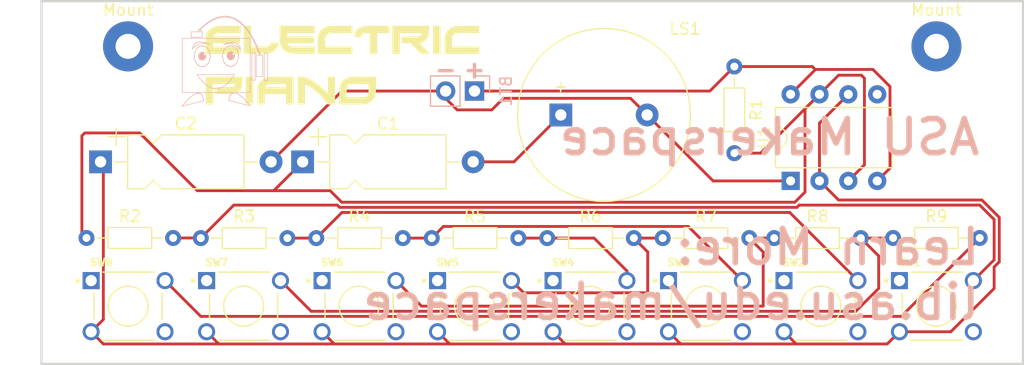
<source format=kicad_pcb>
(kicad_pcb (version 20211014) (generator pcbnew)
  (layers (0 "F.Cu" signal) (31 "B.Cu" signal) (34 "B.Paste" user) (35 "F.Paste" user) (36 "B.SilkS" user "B.Silkscreen") (37 "F.SilkS" user "F.Silkscreen") (38 "B.Mask" user) (39 "F.Mask" user) (44 "Edge.Cuts" user))
  (net 0 "")
  (net 1 "GND")
  (net 2 "+9V")
  (net 3 "Net-(R2-Pad2)")
  (net 4 "Net-(R3-Pad2)")
  (net 5 "Net-(R4-Pad2)")
  (net 6 "Net-(R5-Pad2)")
  (net 7 "Net-(R6-Pad2)")
  (net 8 "Net-(R7-Pad2)")
  (net 9 "Net-(R8-Pad2)")
  (net 10 "Net-(R9-Pad2)")
  (net 12 "Net-(C1-Pad1)")
  (net 13 "Net-(C1-Pad2)")
  (net 14 "Net-(C2-Pad1)")
  (footprint "1825910-6:SW_1825910-6-4" (layer "F.Cu") (at 129.54 139.7)
    (fp_text reference "SW6")
    (fp_text value "1825910-6")
  )
  (footprint "Resistor_THT:R_Axial_DIN0204_L3.6mm_D1.6mm_P7.62mm_Horizontal" (layer "F.Cu") (at 166.068282 133.711832)
    (fp_text reference "R8")
    (fp_text value "R")
  )
  (footprint "MountingHole:MountingHole_2.2mm_M2_Pad" (layer "F.Cu") (at 109.22 116.84)
    (fp_text reference "Mount")
    (fp_text value "MountingHole_2.2mm_M2_Pad")
  )
  (footprint "Capacitor_THT:CP_Axial_L10.0mm_D4.5mm_P15.00mm_Horizontal" (layer "F.Cu") (at 124.58 127)
    (fp_text reference "C1")
    (fp_text value "CAP")
  )
  (footprint "1825910-6:SW_1825910-6-4" (layer "F.Cu") (at 180.34 139.7)
    (fp_text reference "SW1")
    (fp_text value "1825910-6")
  )
  (footprint "Package_DIP:DIP-8_W7.62mm" (layer "F.Cu") (at 167.511421 128.681359 90)
    (fp_text reference "U1")
    (fp_text value "LM555xN")
  )
  (footprint "1825910-6:SW_1825910-6-4" (layer "F.Cu") (at 109.22 139.7)
    (fp_text reference "SW8")
    (fp_text value "1825910-6")
  )
  (footprint "1825910-6:SW_1825910-6-4" (layer "F.Cu") (at 119.38 139.7)
    (fp_text reference "SW7")
    (fp_text value "1825910-6")
  )
  (footprint "Resistor_THT:R_Axial_DIN0204_L3.6mm_D1.6mm_P7.62mm_Horizontal" (layer "F.Cu") (at 176.53 133.7)
    (fp_text reference "R9")
    (fp_text value "R")
  )
  (footprint "Capacitor_THT:CP_Axial_L10.0mm_D4.5mm_P15.00mm_Horizontal" (layer "F.Cu") (at 106.8 127)
    (fp_text reference "C2")
    (fp_text value "CAP")
  )
  (footprint "1825910-6:SW_1825910-6-4" (layer "F.Cu") (at 170.18 139.7)
    (fp_text reference "SW2")
    (fp_text value "1825910-6")
  )
  (footprint "Resistor_THT:R_Axial_DIN0204_L3.6mm_D1.6mm_P7.62mm_Horizontal" (layer "F.Cu") (at 156.258282 133.711832)
    (fp_text reference "R7")
    (fp_text value "R")
  )
  (footprint "MountingHole:MountingHole_2.2mm_M2_Pad" (layer "F.Cu") (at 180.34 116.84)
    (fp_text reference "Mount")
    (fp_text value "Mounting Hole")
  )
  (footprint "1825910-6:SW_1825910-6-4" (layer "F.Cu") (at 139.7 139.7)
    (fp_text reference "SW5")
    (fp_text value "1825910-6")
  )
  (footprint "Resistor_THT:R_Axial_DIN0204_L3.6mm_D1.6mm_P7.62mm_Horizontal" (layer "F.Cu") (at 125.778282 133.711832)
    (fp_text reference "R4")
    (fp_text value "R")
  )
  (footprint "Resistor_THT:R_Axial_DIN0204_L3.6mm_D1.6mm_P7.62mm_Horizontal" (layer "F.Cu") (at 162.56 118.618 -90)
    (fp_text reference "R1")
    (fp_text value "R")
  )
  (footprint "Resistor_THT:R_Axial_DIN0204_L3.6mm_D1.6mm_P7.62mm_Horizontal" (layer "F.Cu") (at 105.565184 133.699249)
    (fp_text reference "R2")
    (fp_text value "R")
  )
  (footprint "Buzzer_Beeper:Buzzer_15x7.5RM7.6" (layer "F.Cu") (at 147.292631 122.878259)
    (fp_text reference "LS1")
    (fp_text value "Speaker")
  )
  (footprint "Resistor_THT:R_Axial_DIN0204_L3.6mm_D1.6mm_P7.62mm_Horizontal" (layer "F.Cu") (at 115.618282 133.711832)
    (fp_text reference "R3")
    (fp_text value "R")
  )
  (footprint "1825910-6:SW_1825910-6-4" (layer "F.Cu") (at 160.02 139.7)
    (fp_text reference "SW3")
    (fp_text value "1825910-6")
  )
  (footprint "Resistor_THT:R_Axial_DIN0204_L3.6mm_D1.6mm_P7.62mm_Horizontal" (layer "F.Cu") (at 135.938282 133.711832)
    (fp_text reference "R5")
    (fp_text value "R")
  )
  (footprint "1825910-6:SW_1825910-6-4" (layer "F.Cu") (at 149.86 139.7)
    (fp_text reference "SW4")
    (fp_text value "1825910-6")
  )
  (footprint "Resistor_THT:R_Axial_DIN0204_L3.6mm_D1.6mm_P7.62mm_Horizontal" (layer "F.Cu") (at 146.098282 133.711832)
    (fp_text reference "R6")
    (fp_text value "R")
  )
  (footprint "Connector_PinSocket_2.54mm:PinSocket_1x02_P2.54mm_Vertical" (layer "B.Cu") (at 139.7 120.772446 90)
    (fp_text reference "BT1")
    (fp_text value "Battery")
  )
  (gr_line (start 118.658474 120.949704) (end 118.738579 120.971577) (layer "B.SilkS") (width 0.0508))
  (gr_line (start 120.110336 117.396142) (end 120.403442 117.396142) (layer "B.SilkS") (width 0.0508))
  (gr_line (start 120.875909 117.620498) (end 120.792334 117.372905) (layer "B.SilkS") (width 0.0508))
  (gr_line (start 116.731573 114.437519) (end 116.428065 114.60609) (layer "B.SilkS") (width 0.0508))
  (gr_line (start 116.406761 117.399639) (end 116.417772 117.441995) (layer "B.SilkS") (width 0.0508))
  (gr_line (start 115.748882 116.801489) (end 115.784924 116.802675) (layer "B.SilkS") (width 0.0508))
  (gr_line (start 117.537336 117.602366) (end 117.54795 117.511854) (layer "B.SilkS") (width 0.0508))
  (gr_line (start 116.013982 116.5706) (end 115.939035 116.566989) (layer "B.SilkS") (width 0.0508))
  (gr_line (start 115.044202 116.910097) (end 114.989971 116.960488) (layer "B.SilkS") (width 0.0508))
  (gr_line (start 115.639963 121.056581) (end 115.59573 121.022897) (layer "B.SilkS") (width 0.0508))
  (gr_line (start 119.972408 122.079883) (end 119.972408 122.079883) (layer "B.SilkS") (width 0.0508))
  (gr_line (start 114.776275 116.038389) (end 114.776275 115.561359) (layer "B.SilkS") (width 0.0508))
  (gr_line (start 118.409132 118.578455) (end 118.375248 118.588634) (layer "B.SilkS") (width 0.0508))
  (gr_line (start 118.111822 116.521193) (end 118.00709 116.546878) (layer "B.SilkS") (width 0.0508))
  (gr_line (start 120.403442 117.396142) (end 120.403442 117.396142) (layer "B.SilkS") (width 0.0508))
  (gr_line (start 116.449259 117.713072) (end 116.445643 117.806276) (layer "B.SilkS") (width 0.0508))
  (gr_line (start 114.816577 121.224586) (end 114.698582 121.322011) (layer "B.SilkS") (width 0.0508))
  (gr_line (start 115.373024 119.44934) (end 115.459745 119.57372) (layer "B.SilkS") (width 0.0508))
  (gr_line (start 115.39705 115.404629) (end 115.659136 115.404629) (layer "B.SilkS") (width 0.0508))
  (gr_line (start 120.403442 119.822175) (end 120.110336 119.822175) (layer "B.SilkS") (width 0.0508))
  (gr_line (start 115.775498 116.463412) (end 115.873282 116.481487) (layer "B.SilkS") (width 0.0508))
  (gr_line (start 118.770326 116.573904) (end 118.719554 116.548669) (layer "B.SilkS") (width 0.0508))
  (gr_line (start 115.939035 116.566989) (end 115.8664 116.567714) (layer "B.SilkS") (width 0.0508))
  (gr_line (start 117.893893 116.618572) (end 117.971122 116.610306) (layer "B.SilkS") (width 0.0508))
  (gr_line (start 117.072289 120.55847) (end 117.212139 120.536612) (layer "B.SilkS") (width 0.0508))
  (gr_line (start 118.602642 116.509804) (end 118.536026 116.497151) (layer "B.SilkS") (width 0.0508))
  (gr_line (start 118.710991 116.783359) (end 118.798581 116.838846) (layer "B.SilkS") (width 0.0508))
  (gr_line (start 116.082724 118.514632) (end 116.052525 118.534764) (layer "B.SilkS") (width 0.0508))
  (gr_line (start 115.957153 116.842472) (end 115.989696 116.856804) (layer "B.SilkS") (width 0.0508))
  (gr_line (start 114.776275 115.561359) (end 115.752498 115.561359) (layer "B.SilkS") (width 0.0508))
  (gr_line (start 117.648828 116.67447) (end 117.732715 116.650337) (layer "B.SilkS") (width 0.0508))
  (gr_line (start 119.159831 114.844195) (end 118.97144 114.69241) (layer "B.SilkS") (width 0.0508))
  (gr_line (start 116.167929 118.443556) (end 116.14047 118.468971) (layer "B.SilkS") (width 0.0508))
  (gr_line (start 118.269214 121.07075) (end 118.308486 121.03153) (layer "B.SilkS") (width 0.0508))
  (gr_line (start 118.234097 118.607154) (end 118.198056 118.605968) (layer "B.SilkS") (width 0.0508))
  (gr_line (start 115.091004 118.026505) (end 115.079993 117.984149) (layer "B.SilkS") (width 0.0508))
  (gr_line (start 115.684424 116.452457) (end 115.775498 116.463412) (layer "B.SilkS") (width 0.0508))
  (gr_line (start 117.653334 118.205245) (end 117.635116 118.168259) (layer "B.SilkS") (width 0.0508))
  (gr_line (start 115.744058 121.186595) (end 115.713836 121.139493) (layer "B.SilkS") (width 0.0508))
  (gr_line (start 115.277965 118.387843) (end 115.253641 118.357659) (layer "B.SilkS") (width 0.0508))
  (gr_line (start 116.428065 114.60609) (end 116.113677 114.822663) (layer "B.SilkS") (width 0.0508))
  (gr_line (start 119.96776 120.90447) (end 119.96776 120.90447) (layer "B.SilkS") (width 0.0508))
  (gr_line (start 116.14047 116.957173) (end 116.167929 116.982588) (layer "B.SilkS") (width 0.0508))
  (gr_line (start 116.175681 114.842992) (end 115.854207 115.09328) (layer "B.SilkS") (width 0.0508))
  (gr_line (start 115.062735 117.896788) (end 115.056575 117.851897) (layer "B.SilkS") (width 0.0508))
  (gr_line (start 118.308486 121.03153) (end 118.352718 120.997846) (layer "B.SilkS") (width 0.0508))
  (gr_line (start 119.33752 115.011706) (end 119.159831 114.844195) (layer "B.SilkS") (width 0.0508))
  (gr_line (start 115.659136 115.404629) (end 115.659136 115.556988) (layer "B.SilkS") (width 0.0508))
  (gr_line (start 118.814861 118.205245) (end 118.774542 118.275422) (layer "B.SilkS") (width 0.0508))
  (gr_line (start 115.300943 119.335071) (end 115.300943 119.335071) (layer "B.SilkS") (width 0.0508))
  (gr_line (start 121.063698 119.503106) (end 120.512714 119.503106) (layer "B.SilkS") (width 0.0508))
  (gr_line (start 118.934474 117.69557) (end 118.934474 117.69557) (layer "B.SilkS") (width 0.0508))
  (gr_line (start 117.672861 118.240985) (end 117.653334 118.205245) (layer "B.SilkS") (width 0.0508))
  (gr_line (start 116.244124 117.068486) (end 116.267314 117.100144) (layer "B.SilkS") (width 0.0508))
  (gr_line (start 114.926412 121.144399) (end 114.816577 121.224586) (layer "B.SilkS") (width 0.0508))
  (gr_line (start 115.44524 116.891381) (end 115.476264 116.873126) (layer "B.SilkS") (width 0.0508))
  (gr_line (start 116.329646 117.203397) (end 116.347863 117.240383) (layer "B.SilkS") (width 0.0508))
  (gr_line (start 116.198361 120.307536) (end 116.309983 120.375897) (layer "B.SilkS") (width 0.0508))
  (gr_line (start 116.021501 118.553019) (end 115.989696 118.569341) (layer "B.SilkS") (width 0.0508))
  (gr_line (start 115.122767 121.031484) (end 115.028379 121.080386) (layer "B.SilkS") (width 0.0508))
  (gr_line (start 118.774542 117.115719) (end 118.795334 117.150156) (layer "B.SilkS") (width 0.0508))
  (gr_line (start 118.270139 118.605968) (end 118.234097 118.607154) (layer "B.SilkS") (width 0.0508))
  (gr_line (start 116.112054 118.492682) (end 116.082724 118.514632) (layer "B.SilkS") (width 0.0508))
  (gr_line (start 121.199965 119.844741) (end 121.199965 119.844741) (layer "B.SilkS") (width 0.0508))
  (gr_line (start 115.855543 118.614152) (end 115.820492 118.619949) (layer "B.SilkS") (width 0.0508))
  (gr_line (start 118.098744 121.456167) (end 118.121482 121.362763) (layer "B.SilkS") (width 0.0508))
  (gr_line (start 117.870927 118.475181) (end 117.84251 118.451469) (layer "B.SilkS") (width 0.0508))
  (gr_line (start 118.920245 117.879286) (end 118.902987 117.966647) (layer "B.SilkS") (width 0.0508))
  (gr_line (start 120.464864 116.775569) (end 120.286631 116.394799) (layer "B.SilkS") (width 0.0508))
  (gr_line (start 118.940901 116.949803) (end 118.995133 117.000194) (layer "B.SilkS") (width 0.0508))
  (gr_line (start 120.403442 117.396142) (end 120.403442 119.822175) (layer "B.SilkS") (width 0.0508))
  (gr_line (start 116.267314 117.100144) (end 116.289327 117.133221) (layer "B.SilkS") (width 0.0508))
  (gr_line (start 118.30068 116.492163) (end 118.209606 116.503117) (layer "B.SilkS") (width 0.0508))
  (gr_line (start 116.441189 117.574247) (end 116.445643 117.619868) (layer "B.SilkS") (width 0.0508))
  (gr_line (start 119.171663 114.764113) (end 118.9761 114.609616) (layer "B.SilkS") (width 0.0508))
  (gr_line (start 116.802433 120.551217) (end 116.935627 120.562826) (layer "B.SilkS") (width 0.0508))
  (gr_line (start 114.292734 121.72835) (end 114.139194 121.905363) (layer "B.SilkS") (width 0.0508))
  (gr_line (start 115.577246 119.726524) (end 115.723275 119.895448) (layer "B.SilkS") (width 0.0508))
  (gr_line (start 118.934474 117.69557) (end 118.930858 117.788774) (layer "B.SilkS") (width 0.0508))
  (gr_line (start 115.056575 117.851897) (end 115.052121 117.806276) (layer "B.SilkS") (width 0.0508))
  (gr_line (start 113.97604 122.104934) (end 113.97604 122.104934) (layer "B.SilkS") (width 0.0508))
  (gr_line (start 115.748882 118.624656) (end 115.748882 118.624656) (layer "B.SilkS") (width 0.0508))
  (gr_line (start 118.927743 116.702147) (end 118.894763 116.666967) (layer "B.SilkS") (width 0.0508))
  (gr_line (start 115.491218 120.976393) (end 115.430358 120.965701) (layer "B.SilkS") (width 0.0508))
  (gr_line (start 119.131871 121.199536) (end 119.249866 121.296961) (layer "B.SilkS") (width 0.0508))
  (gr_line (start 120.403442 119.822175) (end 120.403442 119.822175) (layer "B.SilkS") (width 0.0508))
  (gr_line (start 115.677273 116.806195) (end 115.712841 116.802675) (layer "B.SilkS") (width 0.0508))
  (gr_line (start 118.934474 117.69557) (end 118.934474 117.69557) (layer "B.SilkS") (width 0.0508))
  (gr_line (start 117.866845 114.265103) (end 117.612982 114.265115) (layer "B.SilkS") (width 0.0508))
  (gr_line (start 115.752498 115.561359) (end 115.752498 116.038389) (layer "B.SilkS") (width 0.0508))
  (gr_line (start 121.063698 117.624537) (end 121.063698 119.503106) (layer "B.SilkS") (width 0.0508))
  (gr_line (start 118.234097 116.783987) (end 118.234097 116.783987) (layer "B.SilkS") (width 0.0508))
  (gr_line (start 116.052525 116.891381) (end 116.082724 116.911512) (layer "B.SilkS") (width 0.0508))
  (gr_line (start 115.103544 118.067901) (end 115.091004 118.026505) (layer "B.SilkS") (width 0.0508))
  (gr_line (start 115.607732 116.820009) (end 115.642222 116.811993) (layer "B.SilkS") (width 0.0508))
  (gr_line (start 116.448348 117.666162) (end 116.449259 117.713072) (layer "B.SilkS") (width 0.0508))
  (gr_line (start 118.077486 121.605436) (end 118.077486 121.605436) (layer "B.SilkS") (width 0.0508))
  (gr_line (start 116.426484 120.435984) (end 116.54758 120.486258) (layer "B.SilkS") (width 0.0508))
  (gr_line (start 115.989696 118.569341) (end 115.957153 118.583673) (layer "B.SilkS") (width 0.0508))
  (gr_line (start 118.322418 116.632441) (end 118.38549 116.647339) (layer "B.SilkS") (width 0.0508))
  (gr_line (start 115.752498 116.038389) (end 115.752498 116.038389) (layer "B.SilkS") (width 0.0508))
  (gr_line (start 118.625685 116.939671) (end 118.653144 116.965087) (layer "B.SilkS") (width 0.0508))
  (gr_line (start 120.512714 119.503106) (end 120.512714 119.503106) (layer "B.SilkS") (width 0.0508))
  (gr_line (start 118.567717 119.298494) (end 118.567717 119.298494) (layer "B.SilkS") (width 0.0508))
  (gr_line (start 116.089931 116.540955) (end 116.209272 116.583323) (layer "B.SilkS") (width 0.0508))
  (gr_line (start 115.385711 116.933462) (end 115.415041 116.911512) (layer "B.SilkS") (width 0.0508))
  (gr_line (start 118.653144 116.965087) (end 118.679602 116.992149) (layer "B.SilkS") (width 0.0508))
  (gr_line (start 118.920069 121.055336) (end 119.022036 121.119349) (layer "B.SilkS") (width 0.0508))
  (gr_line (start 118.562307 114.446957) (end 118.341448 114.35876) (layer "B.SilkS") (width 0.0508))
  (gr_line (start 115.890033 116.820009) (end 115.923918 116.830188) (layer "B.SilkS") (width 0.0508))
  (gr_line (start 118.506716 118.535517) (end 118.47491 118.551839) (layer "B.SilkS") (width 0.0508))
  (gr_line (start 121.063698 117.624537) (end 121.063698 117.624537) (layer "B.SilkS") (width 0.0508))
  (gr_line (start 120.700498 117.375663) (end 120.602661 117.109819) (layer "B.SilkS") (width 0.0508))
  (gr_poly (pts (xy 120.689846 117.627) (xy 120.689854 117.627) (xy 120.689862 117.627001) (xy 120.68987 117.627003) (xy 120.689877 117.627004) (xy 120.689885 117.627007) (xy 120.689892 117.627009) (xy 120.689899 117.627012) (xy 120.689906 117.627015) (xy 120.689913 117.627019) (xy 120.68992 117.627022) (xy 120.689926 117.627026) (xy 120.689932 117.627031) (xy 120.689938 117.627036) (xy 120.689944 117.627041) (xy 120.68995 117.627046) (xy 120.689955 117.627051) (xy 120.68996 117.627057) (xy 120.689965 117.627063) (xy 120.689969 117.627069) (xy 120.689973 117.627076) (xy 120.689977 117.627082) (xy 120.689981 117.627089) (xy 120.689984 117.627096) (xy 120.689987 117.627103) (xy 120.689989 117.62711) (xy 120.689991 117.627118) (xy 120.689993 117.627126) (xy 120.689995 117.627133) (xy 120.689996 117.627141) (xy 120.689996 117.627149) (xy 120.689996 117.627157) (xy 120.689996 117.627165) (xy 120.689996 117.627173) (xy 120.689995 117.627181) (xy 120.689993 117.627189) (xy 120.689991 117.627197) (xy 120.689989 117.627204) (xy 120.689987 117.627212) (xy 120.689984 117.627219) (xy 120.689981 117.627226) (xy 120.689977 117.627233) (xy 120.689973 117.627239) (xy 120.689969 117.627246) (xy 120.689965 117.627252) (xy 120.68996 117.627258) (xy 120.689955 117.627263) (xy 120.68995 117.627269) (xy 120.689944 117.627274) (xy 120.689938 117.627279) (xy 120.689932 117.627284) (xy 120.689926 117.627288) (xy 120.68992 117.627292) (xy 120.689913 117.627296) (xy 120.689906 117.6273) (xy 120.689899 117.627303) (xy 120.689892 117.627306) (xy 120.689885 117.627308) (xy 120.689877 117.62731) (xy 120.68987 117.627312) (xy 120.689862 117.627313) (xy 120.689854 117.627314) (xy 120.689846 117.627315) (xy 120.689838 117.627315) (xy 120.68983 117.627315) (xy 120.689822 117.627314) (xy 120.689814 117.627313) (xy 120.689806 117.627312) (xy 120.689798 117.62731) (xy 120.689791 117.627308) (xy 120.689783 117.627306) (xy 120.689776 117.627303) (xy 120.689769 117.6273) (xy 120.689762 117.627296) (xy 120.689756 117.627292) (xy 120.689749 117.627288) (xy 120.689743 117.627284) (xy 120.689737 117.627279) (xy 120.689731 117.627274) (xy 120.689726 117.627269) (xy 120.68972 117.627263) (xy 120.689715 117.627258) (xy 120.689711 117.627252) (xy 120.689706 117.627246) (xy 120.689702 117.627239) (xy 120.689698 117.627233) (xy 120.689695 117.627226) (xy 120.689692 117.627219) (xy 120.689689 117.627212) (xy 120.689686 117.627204) (xy 120.689684 117.627197) (xy 120.689682 117.627189) (xy 120.689681 117.627181) (xy 120.68968 117.627173) (xy 120.689679 117.627165) (xy 120.689679 117.627157) (xy 120.689679 117.627149) (xy 120.68968 117.627141) (xy 120.689681 117.627133) (xy 120.689682 117.627126) (xy 120.689684 117.627118) (xy 120.689686 117.62711) (xy 120.689689 117.627103) (xy 120.689692 117.627096) (xy 120.689695 117.627089) (xy 120.689698 117.627082) (xy 120.689702 117.627076) (xy 120.689706 117.627069) (xy 120.689711 117.627063) (xy 120.689715 117.627057) (xy 120.68972 117.627051) (xy 120.689726 117.627046) (xy 120.689731 117.627041) (xy 120.689737 117.627036) (xy 120.689743 117.627031) (xy 120.689749 117.627026) (xy 120.689756 117.627022) (xy 120.689762 117.627019) (xy 120.689769 117.627015) (xy 120.689776 117.627012) (xy 120.689783 117.627009) (xy 120.689791 117.627007) (xy 120.689798 117.627004) (xy 120.689806 117.627003) (xy 120.689814 117.627001) (xy 120.689822 117.627) (xy 120.68983 117.627) (xy 120.689838 117.626999)) (layer "B.SilkS") (width 0.01) (fill solid))
  (gr_line (start 116.194387 117.00965) (end 116.2198 117.038302) (layer "B.SilkS") (width 0.0508))
  (gr_line (start 115.459745 119.57372) (end 115.577246 119.726524) (layer "B.SilkS") (width 0.0508))
  (gr_line (start 115.849704 121.481218) (end 115.826967 121.387814) (layer "B.SilkS") (width 0.0508))
  (gr_line (start 119.806957 115.581233) (end 119.661023 115.38296) (layer "B.SilkS") (width 0.0508))
  (gr_line (start 119.023512 116.850654) (end 119.004516 116.813335) (layer "B.SilkS") (width 0.0508))
  (gr_line (start 115.002723 116.736114) (end 115.028235 116.698888) (layer "B.SilkS") (width 0.0508))
  (gr_line (start 117.647993 120.350641) (end 117.797773 120.243392) (layer "B.SilkS") (width 0.0508))
  (gr_line (start 119.079741 117.01721) (end 119.064047 116.956547) (layer "B.SilkS") (width 0.0508))
  (gr_line (start 120.602661 117.109819) (end 120.464864 116.775569) (layer "B.SilkS") (width 0.0508))
  (gr_line (start 118.518091 120.940651) (end 118.585075 120.93975) (layer "B.SilkS") (width 0.0508))
  (gr_line (start 115.048505 117.713072) (end 115.052121 117.619868) (layer "B.SilkS") (width 0.0508))
  (gr_line (start 118.127437 118.59665) (end 118.092947 118.588634) (layer "B.SilkS") (width 0.0508))
  (gr_line (start 115.303377 117.00965) (end 115.329835 116.982588) (layer "B.SilkS") (width 0.0508))
  (gr_line (start 116.364728 118.147587) (end 116.329646 118.222747) (layer "B.SilkS") (width 0.0508))
  (gr_line (start 118.162488 116.788694) (end 118.198056 116.785173) (layer "B.SilkS") (width 0.0508))
  (gr_line (start 119.088593 117.065374) (end 119.079741 117.01721) (layer "B.SilkS") (width 0.0508))
  (gr_line (start 115.052121 117.619868) (end 115.062735 117.529356) (layer "B.SilkS") (width 0.0508))
  (gr_line (start 116.935627 120.562826) (end 117.072289 120.55847) (layer "B.SilkS") (width 0.0508))
  (gr_line (start 120.120724 115.940068) (end 119.846994 115.519685) (layer "B.SilkS") (width 0.0508))
  (gr_line (start 117.797773 120.243392) (end 117.949332 120.11095) (layer "B.SilkS") (width 0.0508))
  (gr_line (start 118.121482 121.362763) (end 118.155922 121.261719) (layer "B.SilkS") (width 0.0508))
  (gr_line (start 117.635116 118.168259) (end 117.618252 118.130085) (layer "B.SilkS") (width 0.0508))
  (gr_line (start 116.052525 118.534764) (end 116.021501 118.553019) (layer "B.SilkS") (width 0.0508))
  (gr_line (start 115.321366 116.487434) (end 115.382462 116.470099) (layer "B.SilkS") (width 0.0508))
  (gr_line (start 117.576968 114.191282) (end 117.306008 114.232969) (layer "B.SilkS") (width 0.0508))
  (gr_line (start 118.256659 119.764336) (end 118.411862 119.547088) (layer "B.SilkS") (width 0.0508))
  (gr_line (start 114.945497 116.847582) (end 114.961592 116.810948) (layer "B.SilkS") (width 0.0508))
  (gr_line (start 118.234612 121.114443) (end 118.269214 121.07075) (layer "B.SilkS") (width 0.0508))
  (gr_line (start 114.905363 116.977504) (end 114.921057 116.916841) (layer "B.SilkS") (width 0.0508))
  (gr_line (start 115.415041 118.514632) (end 115.385711 118.492682) (layer "B.SilkS") (width 0.0508))
  (gr_line (start 117.500272 120.434235) (end 117.647993 120.350641) (layer "B.SilkS") (width 0.0508))
  (gr_line (start 118.97144 114.69241) (end 118.772285 114.559085) (layer "B.SilkS") (width 0.0508))
  (gr_line (start 118.341448 114.35876) (end 118.109647 114.29723) (layer "B.SilkS") (width 0.0508))
  (gr_line (start 115.476264 116.873126) (end 115.508069 116.856804) (layer "B.SilkS") (width 0.0508))
  (gr_line (start 115.642222 118.614152) (end 115.607732 118.606136) (layer "B.SilkS") (width 0.0508))
  (gr_line (start 119.093389 117.108589) (end 119.088593 117.065374) (layer "B.SilkS") (width 0.0508))
  (gr_line (start 118.085383 121.533421) (end 118.098744 121.456167) (layer "B.SilkS") (width 0.0508))
  (gr_line (start 115.133037 118.147587) (end 115.11757 118.108281) (layer "B.SilkS") (width 0.0508))
  (gr_line (start 115.028235 116.698888) (end 115.057361 116.662441) (layer "B.SilkS") (width 0.0508))
  (gr_line (start 117.54179 117.834395) (end 117.537336 117.788774) (layer "B.SilkS") (width 0.0508))
  (gr_line (start 120.792334 117.372905) (end 120.687677 117.097659) (layer "B.SilkS") (width 0.0508))
  (gr_line (start 117.788593 116.992149) (end 117.815051 116.965087) (layer "B.SilkS") (width 0.0508))
  (gr_line (start 118.920245 117.511854) (end 118.926404 117.556745) (layer "B.SilkS") (width 0.0508))
  (gr_line (start 117.715666 118.308498) (end 117.693653 118.275422) (layer "B.SilkS") (width 0.0508))
  (gr_line (start 115.415041 116.911512) (end 115.44524 116.891381) (layer "B.SilkS") (width 0.0508))
  (gr_line (start 118.046069 116.606694) (end 118.118703 116.607419) (layer "B.SilkS") (width 0.0508))
  (gr_line (start 114.980588 116.77363) (end 115.002723 116.736114) (layer "B.SilkS") (width 0.0508))
  (gr_line (start 118.729339 118.340157) (end 118.679602 118.398992) (layer "B.SilkS") (width 0.0508))
  (gr_line (start 116.39422 118.067901) (end 116.364728 118.147587) (layer "B.SilkS") (width 0.0508))
  (gr_line (start 115.788393 115.090091) (end 115.452197 115.411229) (layer "B.SilkS") (width 0.0508))
  (gr_line (start 115.230451 118.326) (end 115.208437 118.292924) (layer "B.SilkS") (width 0.0508))
  (gr_line (start 120.286631 116.394799) (end 120.067488 115.989392) (layer "B.SilkS") (width 0.0508))
  (gr_line (start 117.775832 116.623029) (end 117.648828 116.67447) (layer "B.SilkS") (width 0.0508))
  (gr_line (start 118.930858 117.602366) (end 118.933563 117.64866) (layer "B.SilkS") (width 0.0508))
  (gr_line (start 119.249866 121.296961) (end 119.37631 121.412687) (layer "B.SilkS") (width 0.0508))
  (gr_line (start 120.512714 119.503106) (end 120.512714 117.624537) (layer "B.SilkS") (width 0.0508))
  (gr_line (start 118.077486 121.605436) (end 118.085383 121.533421) (layer "B.SilkS") (width 0.0508))
  (gr_line (start 116.54758 120.486258) (end 116.67299 120.525182) (layer "B.SilkS") (width 0.0508))
  (gr_line (start 119.093389 117.108589) (end 119.093389 117.108589) (layer "B.SilkS") (width 0.0508))
  (gr_line (start 115.659136 115.556988) (end 115.39705 115.556988) (layer "B.SilkS") (width 0.0508))
  (gr_line (start 116.194387 118.416494) (end 116.167929 118.443556) (layer "B.SilkS") (width 0.0508))
  (gr_line (start 118.45723 120.951343) (end 118.518091 120.940651) (layer "B.SilkS") (width 0.0508))
  (gr_line (start 116.021501 116.873126) (end 116.052525 116.891381) (layer "B.SilkS") (width 0.0508))
  (gr_line (start 116.417772 117.441995) (end 116.42721 117.485253) (layer "B.SilkS") (width 0.0508))
  (gr_line (start 115.607732 118.606136) (end 115.573847 118.595957) (layer "B.SilkS") (width 0.0508))
  (gr_line (start 118.849943 117.261056) (end 118.865409 117.300361) (layer "B.SilkS") (width 0.0508))
  (gr_line (start 117.306008 114.232969) (end 117.024215 114.314097) (layer "B.SilkS") (width 0.0508))
  (gr_line (start 115.826967 121.387814) (end 115.792527 121.286769) (layer "B.SilkS") (width 0.0508))
  (gr_line (start 113.990415 116.137105) (end 119.96776 116.137105) (layer "B.SilkS") (width 0.0508))
  (gr_line (start 114.436951 121.572829) (end 114.292734 121.72835) (layer "B.SilkS") (width 0.0508))
  (gr_line (start 117.53372 117.69557) (end 117.537336 117.602366) (layer "B.SilkS") (width 0.0508))
  (gr_line (start 115.728195 116.580904) (end 115.662686 116.592735) (layer "B.SilkS") (width 0.0508))
  (gr_line (start 115.863065 121.558471) (end 115.849704 121.481218) (layer "B.SilkS") (width 0.0508))
  (gr_line (start 119.661023 115.38296) (end 119.504564 115.192206) (layer "B.SilkS") (width 0.0508))
  (gr_line (start 115.430358 120.965701) (end 115.363373 120.9648) (layer "B.SilkS") (width 0.0508))
  (gr_line (start 118.902987 117.966647) (end 118.879435 118.050399) (layer "B.SilkS") (width 0.0508))
  (gr_line (start 121.493071 119.844741) (end 121.199965 119.844741) (layer "B.SilkS") (width 0.0508))
  (gr_line (start 118.162488 118.602447) (end 118.127437 118.59665) (layer "B.SilkS") (width 0.0508))
  (gr_line (start 119.96776 120.90447) (end 113.990415 120.90447) (layer "B.SilkS") (width 0.0508))
  (gr_line (start 116.380195 117.317863) (end 116.39422 117.358243) (layer "B.SilkS") (width 0.0508))
  (gr_line (start 118.653144 118.426054) (end 118.625685 118.451469) (layer "B.SilkS") (width 0.0508))
  (gr_line (start 115.659136 115.556988) (end 115.659136 115.556988) (layer "B.SilkS") (width 0.0508))
  (gr_line (start 118.20439 121.161545) (end 118.234612 121.114443) (layer "B.SilkS") (width 0.0508))
  (gr_line (start 115.253641 117.068486) (end 115.303377 117.00965) (layer "B.SilkS") (width 0.0508))
  (gr_line (start 119.37631 121.412687) (end 119.511496 121.547779) (layer "B.SilkS") (width 0.0508))
  (gr_line (start 117.602785 118.090779) (end 117.58876 118.050399) (layer "B.SilkS") (width 0.0508))
  (gr_line (start 118.865409 117.300361) (end 118.879435 117.340741) (layer "B.SilkS") (width 0.0508))
  (gr_line (start 115.382462 116.470099) (end 115.449078 116.457446) (layer "B.SilkS") (width 0.0508))
  (gr_line (start 115.508069 118.569341) (end 115.476264 118.553019) (layer "B.SilkS") (width 0.0508))
  (gr_line (start 115.59573 121.022897) (end 115.546245 120.995813) (layer "B.SilkS") (width 0.0508))
  (gr_line (start 115.329835 116.982588) (end 115.357295 116.957173) (layer "B.SilkS") (width 0.0508))
  (gr_line (start 117.971122 116.610306) (end 118.046069 116.606694) (layer "B.SilkS") (width 0.0508))
  (gr_line (start 115.303377 118.416494) (end 115.277965 118.387843) (layer "B.SilkS") (width 0.0508))
  (gr_line (start 116.336276 116.634765) (end 116.336276 116.634765) (layer "B.SilkS") (width 0.0508))
  (gr_line (start 118.234097 118.607154) (end 118.234097 118.607154) (layer "B.SilkS") (width 0.0508))
  (gr_line (start 118.411862 119.547088) (end 118.567717 119.298494) (layer "B.SilkS") (width 0.0508))
  (gr_line (start 115.957153 118.583673) (end 115.923918 118.595957) (layer "B.SilkS") (width 0.0508))
  (gr_line (start 117.83711 114.186182) (end 117.576968 114.191282) (layer "B.SilkS") (width 0.0508))
  (gr_line (start 117.618252 117.261056) (end 117.653334 117.185896) (layer "B.SilkS") (width 0.0508))
  (gr_line (start 120.778197 117.6146) (end 120.700498 117.375663) (layer "B.SilkS") (width 0.0508))
  (gr_line (start 116.082724 116.911512) (end 116.112054 116.933462) (layer "B.SilkS") (width 0.0508))
  (gr_line (start 119.96776 116.137105) (end 119.96776 120.90447) (layer "B.SilkS") (width 0.0508))
  (gr_line (start 118.729339 117.050984) (end 118.752529 117.082642) (layer "B.SilkS") (width 0.0508))
  (gr_line (start 116.091898 120.232439) (end 116.198361 120.307536) (layer "B.SilkS") (width 0.0508))
  (gr_line (start 119.530682 115.12009) (end 119.356519 114.935223) (layer "B.SilkS") (width 0.0508))
  (gr_line (start 118.47491 116.839302) (end 118.506716 116.855624) (layer "B.SilkS") (width 0.0508))
  (gr_line (start 116.309983 120.375897) (end 116.426484 120.435984) (layer "B.SilkS") (width 0.0508))
  (gr_line (start 113.990415 120.90447) (end 113.990415 116.137105) (layer "B.SilkS") (width 0.0508))
  (gr_line (start 117.071838 114.372495) (end 116.784437 114.485335) (layer "B.SilkS") (width 0.0508))
  (gr_line (start 118.209606 116.503117) (end 118.111822 116.521193) (layer "B.SilkS") (width 0.0508))
  (gr_line (start 117.612982 114.265115) (end 117.348 114.3) (layer "B.SilkS") (width 0.0508))
  (gr_line (start 116.417772 117.984149) (end 116.39422 118.067901) (layer "B.SilkS") (width 0.0508))
  (gr_line (start 118.894763 116.666967) (end 118.857693 116.633541) (layer "B.SilkS") (width 0.0508))
  (gr_line (start 115.539011 116.625281) (end 115.480907 116.645361) (layer "B.SilkS") (width 0.0508))
  (gr_line (start 116.113677 114.822663) (end 115.788393 115.090091) (layer "B.SilkS") (width 0.0508))
  (gr_line (start 118.506716 116.855624) (end 118.53774 116.873879) (layer "B.SilkS") (width 0.0508))
  (gr_line (start 118.198056 118.605968) (end 118.162488 118.602447) (layer "B.SilkS") (width 0.0508))
  (gr_line (start 115.208437 117.133221) (end 115.253641 117.068486) (layer "B.SilkS") (width 0.0508))
  (gr_line (start 118.816293 116.602357) (end 118.770326 116.573904) (layer "B.SilkS") (width 0.0508))
  (gr_line (start 118.375248 116.802507) (end 118.409132 116.812686) (layer "B.SilkS") (width 0.0508))
  (gr_line (start 115.79611 116.572458) (end 115.728195 116.580904) (layer "B.SilkS") (width 0.0508))
  (gr_line (start 115.480907 116.645361) (end 115.372323 116.691547) (layer "B.SilkS") (width 0.0508))
  (gr_line (start 118.825681 121.006434) (end 118.920069 121.055336) (layer "B.SilkS") (width 0.0508))
  (gr_line (start 119.511496 121.547779) (end 119.655714 121.703299) (layer "B.SilkS") (width 0.0508))
  (gr_line (start 116.112054 116.933462) (end 116.14047 116.957173) (layer "B.SilkS") (width 0.0508))
  (gr_line (start 116.39422 117.358243) (end 116.406761 117.399639) (layer "B.SilkS") (width 0.0508))
  (gr_line (start 116.449259 117.713072) (end 116.449259 117.713072) (layer "B.SilkS") (width 0.0508))
  (gr_line (start 118.53774 118.517262) (end 118.506716 118.535517) (layer "B.SilkS") (width 0.0508))
  (gr_line (start 118.463652 116.489668) (end 118.385283 116.487843) (layer "B.SilkS") (width 0.0508))
  (gr_line (start 117.537336 117.788774) (end 117.534632 117.74248) (layer "B.SilkS") (width 0.0508))
  (gr_line (start 117.576219 118.009003) (end 117.565208 117.966647) (layer "B.SilkS") (width 0.0508))
  (gr_line (start 114.776275 116.038389) (end 114.776275 116.038389) (layer "B.SilkS") (width 0.0508))
  (gr_line (start 115.39705 115.556988) (end 115.39705 115.556988) (layer "B.SilkS") (width 0.0508))
  (gr_line (start 120.687677 117.097659) (end 120.54094 116.751884) (layer "B.SilkS") (width 0.0508))
  (gr_line (start 118.025827 118.566171) (end 117.993284 118.551839) (layer "B.SilkS") (width 0.0508))
  (gr_line (start 118.738579 120.971577) (end 118.825681 121.006434) (layer "B.SilkS") (width 0.0508))
  (gr_line (start 118.567717 119.298494) (end 115.300943 119.335071) (layer "B.SilkS") (width 0.0508))
  (gr_line (start 118.912425 117.467751) (end 118.920245 117.511854) (layer "B.SilkS") (width 0.0508))
  (gr_line (start 117.895173 116.580661) (end 117.775832 116.623029) (layer "B.SilkS") (width 0.0508))
  (gr_line (start 115.357295 116.957173) (end 115.385711 116.933462) (layer "B.SilkS") (width 0.0508))
  (gr_line (start 116.329646 118.222747) (end 116.289327 118.292924) (layer "B.SilkS") (width 0.0508))
  (gr_line (start 116.09121 116.578867) (end 116.013982 116.5706) (layer "B.SilkS") (width 0.0508))
  (gr_line (start 117.54795 117.511854) (end 117.565208 117.424493) (layer "B.SilkS") (width 0.0508))
  (gr_line (start 117.58876 117.340741) (end 117.618252 117.261056) (layer "B.SilkS") (width 0.0508))
  (gr_line (start 116.445643 117.619868) (end 116.448348 117.666162) (layer "B.SilkS") (width 0.0508))
  (gr_line (start 115.028379 121.080386) (end 114.926412 121.144399) (layer "B.SilkS") (width 0.0508))
  (gr_line (start 119.972408 122.079883) (end 118.077486 121.605436) (layer "B.SilkS") (width 0.0508))
  (gr_line (start 119.022036 121.119349) (end 119.131871 121.199536) (layer "B.SilkS") (width 0.0508))
  (gr_line (start 115.599821 116.448137) (end 115.684424 116.452457) (layer "B.SilkS") (width 0.0508))
  (gr_line (start 118.402203 120.970763) (end 118.45723 120.951343) (layer "B.SilkS") (width 0.0508))
  (gr_line (start 118.772285 114.559085) (end 118.562307 114.446957) (layer "B.SilkS") (width 0.0508))
  (gr_line (start 113.990415 120.90447) (end 113.990415 120.90447) (layer "B.SilkS") (width 0.0508))
  (gr_line (start 115.168119 117.203397) (end 115.208437 117.133221) (layer "B.SilkS") (width 0.0508))
  (gr_line (start 117.648828 116.67447) (end 117.648828 116.67447) (layer "B.SilkS") (width 0.0508))
  (gr_line (start 115.784924 116.802675) (end 115.820492 116.806195) (layer "B.SilkS") (width 0.0508))
  (gr_line (start 119.809254 121.880313) (end 119.972408 122.079883) (layer "B.SilkS") (width 0.0508))
  (gr_line (start 116.14047 118.468971) (end 116.112054 118.492682) (layer "B.SilkS") (width 0.0508))
  (gr_line (start 119.356519 114.935223) (end 119.171663 114.764113) (layer "B.SilkS") (width 0.0508))
  (gr_line (start 118.769812 114.474584) (end 118.552785 114.361871) (layer "B.SilkS") (width 0.0508))
  (gr_line (start 118.188994 116.612164) (end 118.256909 116.62061) (layer "B.SilkS") (width 0.0508))
  (gr_line (start 115.752498 115.561359) (end 115.752498 115.561359) (layer "B.SilkS") (width 0.0508))
  (gr_line (start 118.305707 118.602447) (end 118.270139 118.605968) (layer "B.SilkS") (width 0.0508))
  (gr_line (start 116.347863 117.240383) (end 116.364728 117.278558) (layer "B.SilkS") (width 0.0508))
  (gr_line (start 119.972408 122.079883) (end 119.972408 122.079883) (layer "B.SilkS") (width 0.0508))
  (gr_line (start 118.059062 118.578455) (end 118.025827 118.566171) (layer "B.SilkS") (width 0.0508))
  (gr_line (start 118.891976 117.382137) (end 118.902987 117.424493) (layer "B.SilkS") (width 0.0508))
  (gr_line (start 116.784437 114.485335) (end 116.485738 114.641255) (layer "B.SilkS") (width 0.0508))
  (gr_line (start 118.567938 118.49713) (end 118.53774 118.517262) (layer "B.SilkS") (width 0.0508))
  (gr_line (start 114.989971 116.960488) (end 114.916611 117.038399) (layer "B.SilkS") (width 0.0508))
  (gr_line (start 115.289974 120.974754) (end 115.209869 120.996628) (layer "B.SilkS") (width 0.0508))
  (gr_line (start 114.891715 117.068883) (end 114.896511 117.025668) (layer "B.SilkS") (width 0.0508))
  (gr_line (start 115.854207 115.09328) (end 115.521256 115.394855) (layer "B.SilkS") (width 0.0508))
  (gr_line (start 117.693653 117.115719) (end 117.738856 117.050984) (layer "B.SilkS") (width 0.0508))
  (gr_line (start 115.677273 118.619949) (end 115.642222 118.614152) (layer "B.SilkS") (width 0.0508))
  (gr_line (start 118.567717 119.298494) (end 118.567717 119.298494) (layer "B.SilkS") (width 0.0508))
  (gr_line (start 114.698582 121.322011) (end 114.572137 121.437737) (layer "B.SilkS") (width 0.0508))
  (gr_line (start 115.748882 118.624656) (end 115.712841 118.62347) (layer "B.SilkS") (width 0.0508))
  (gr_line (start 115.573847 118.595957) (end 115.540612 118.583673) (layer "B.SilkS") (width 0.0508))
  (gr_line (start 117.814414 116.63181) (end 117.893893 116.618572) (layer "B.SilkS") (width 0.0508))
  (gr_line (start 118.092947 116.802507) (end 118.127437 116.794491) (layer "B.SilkS") (width 0.0508))
  (gr_line (start 117.653334 117.185896) (end 117.693653 117.115719) (layer "B.SilkS") (width 0.0508))
  (gr_line (start 115.890033 118.606136) (end 115.855543 118.614152) (layer "B.SilkS") (width 0.0508))
  (gr_line (start 121.493071 117.418708) (end 121.493071 117.418708) (layer "B.SilkS") (width 0.0508))
  (gr_line (start 116.244124 118.357659) (end 116.194387 118.416494) (layer "B.SilkS") (width 0.0508))
  (gr_line (start 118.305707 116.788694) (end 118.340758 116.794491) (layer "B.SilkS") (width 0.0508))
  (gr_line (start 118.155922 121.261719) (end 118.178257 121.210991) (layer "B.SilkS") (width 0.0508))
  (gr_line (start 115.662686 116.592735) (end 115.599614 116.607633) (layer "B.SilkS") (width 0.0508))
  (gr_line (start 115.329835 118.443556) (end 115.303377 118.416494) (layer "B.SilkS") (width 0.0508))
  (gr_line (start 115.508069 116.856804) (end 115.540612 116.842472) (layer "B.SilkS") (width 0.0508))
  (gr_line (start 119.846994 115.519685) (end 119.694169 115.315862) (layer "B.SilkS") (width 0.0508))
  (gr_line (start 115.923918 118.595957) (end 115.890033 118.606136) (layer "B.SilkS") (width 0.0508))
  (gr_line (start 115.39705 115.556988) (end 115.39705 115.404629) (layer "B.SilkS") (width 0.0508))
  (gr_line (start 118.567938 116.89401) (end 118.597268 116.91596) (layer "B.SilkS") (width 0.0508))
  (gr_line (start 115.820492 118.619949) (end 115.784924 118.62347) (layer "B.SilkS") (width 0.0508))
  (gr_line (start 115.792527 121.286769) (end 115.770191 121.236042) (layer "B.SilkS") (width 0.0508))
  (gr_line (start 118.256909 116.62061) (end 118.322418 116.632441) (layer "B.SilkS") (width 0.0508))
  (gr_line (start 118.086449 114.214816) (end 117.83711 114.186182) (layer "B.SilkS") (width 0.0508))
  (gr_line (start 121.493071 117.418708) (end 121.493071 119.844741) (layer "B.SilkS") (width 0.0508))
  (gr_line (start 115.052121 117.806276) (end 115.049417 117.759982) (layer "B.SilkS") (width 0.0508))
  (gr_line (start 115.274112 116.743654) (end 115.186522 116.799141) (layer "B.SilkS") (width 0.0508))
  (gr_line (start 116.289327 118.292924) (end 116.244124 118.357659) (layer "B.SilkS") (width 0.0508))
  (gr_line (start 115.712841 116.802675) (end 115.748882 116.801489) (layer "B.SilkS") (width 0.0508))
  (gr_line (start 115.253641 118.357659) (end 115.230451 118.326) (layer "B.SilkS") (width 0.0508))
  (gr_line (start 118.442368 118.566171) (end 118.409132 118.578455) (layer "B.SilkS") (width 0.0508))
  (gr_line (start 121.199965 119.844741) (end 121.199965 117.418708) (layer "B.SilkS") (width 0.0508))
  (gr_line (start 115.820492 116.806195) (end 115.855543 116.811993) (layer "B.SilkS") (width 0.0508))
  (gr_line (start 121.063698 119.503106) (end 121.063698 119.503106) (layer "B.SilkS") (width 0.0508))
  (gr_line (start 116.336276 116.634765) (end 116.252389 116.610631) (layer "B.SilkS") (width 0.0508))
  (gr_line (start 118.857693 116.633541) (end 118.816293 116.602357) (layer "B.SilkS") (width 0.0508))
  (gr_line (start 117.565208 117.966647) (end 117.55577 117.923389) (layer "B.SilkS") (width 0.0508))
  (gr_line (start 118.61278 116.731253) (end 118.710991 116.783359) (layer "B.SilkS") (width 0.0508))
  (gr_line (start 118.774542 118.275422) (end 118.729339 118.340157) (layer "B.SilkS") (width 0.0508))
  (gr_line (start 113.97604 122.104934) (end 115.870963 121.630486) (layer "B.SilkS") (width 0.0508))
  (gr_line (start 115.057361 116.662441) (end 115.090341 116.627261) (layer "B.SilkS") (width 0.0508))
  (gr_line (start 117.738856 118.340157) (end 117.715666 118.308498) (layer "B.SilkS") (width 0.0508))
  (gr_line (start 115.752498 116.038389) (end 114.776275 116.038389) (layer "B.SilkS") (width 0.0508))
  (gr_line (start 117.534632 117.74248) (end 117.53372 117.69557) (layer "B.SilkS") (width 0.0508))
  (gr_line (start 116.445643 117.806276) (end 116.43503 117.896788) (layer "B.SilkS") (width 0.0508))
  (gr_line (start 118.625685 118.451469) (end 118.597268 118.475181) (layer "B.SilkS") (width 0.0508))
  (gr_line (start 120.351998 116.358411) (end 120.120724 115.940068) (layer "B.SilkS") (width 0.0508))
  (gr_line (start 115.214778 116.534198) (end 115.26555 116.508963) (layer "B.SilkS") (width 0.0508))
  (gr_line (start 118.705015 117.0208) (end 118.729339 117.050984) (layer "B.SilkS") (width 0.0508))
  (gr_line (start 120.512714 117.624537) (end 121.063698 117.624537) (layer "B.SilkS") (width 0.0508))
  (gr_line (start 114.139194 121.905363) (end 113.97604 122.104934) (layer "B.SilkS") (width 0.0508))
  (gr_line (start 116.364728 117.278558) (end 116.380195 117.317863) (layer "B.SilkS") (width 0.0508))
  (gr_line (start 115.186522 116.799141) (end 115.109802 116.855468) (layer "B.SilkS") (width 0.0508))
  (gr_line (start 117.900256 118.49713) (end 117.870927 118.475181) (layer "B.SilkS") (width 0.0508))
  (gr_line (start 117.024215 114.314097) (end 116.731573 114.437519) (layer "B.SilkS") (width 0.0508))
  (gr_line (start 117.961479 116.855624) (end 117.993284 116.839302) (layer "B.SilkS") (width 0.0508))
  (gr_line (start 115.540612 118.583673) (end 115.508069 118.569341) (layer "B.SilkS") (width 0.0508))
  (gr_line (start 114.921057 116.916841) (end 114.945497 116.847582) (layer "B.SilkS") (width 0.0508))
  (gr_line (start 118.340758 118.59665) (end 118.305707 118.602447) (layer "B.SilkS") (width 0.0508))
  (gr_line (start 118.902987 117.424493) (end 118.912425 117.467751) (layer "B.SilkS") (width 0.0508))
  (gr_line (start 118.679602 118.398992) (end 118.653144 118.426054) (layer "B.SilkS") (width 0.0508))
  (gr_line (start 117.618252 118.130085) (end 117.602785 118.090779) (layer "B.SilkS") (width 0.0508))
  (gr_line (start 115.357295 118.468971) (end 115.329835 118.443556) (layer "B.SilkS") (width 0.0508))
  (gr_line (start 118.814861 117.185896) (end 118.833078 117.222881) (layer "B.SilkS") (width 0.0508))
  (gr_line (start 115.385711 118.492682) (end 115.357295 118.468971) (layer "B.SilkS") (width 0.0508))
  (gr_line (start 118.933563 117.64866) (end 118.934474 117.69557) (layer "B.SilkS") (width 0.0508))
  (gr_line (start 118.102388 119.951778) (end 118.256659 119.764336) (layer "B.SilkS") (width 0.0508))
  (gr_line (start 115.049417 117.759982) (end 115.048505 117.713072) (layer "B.SilkS") (width 0.0508))
  (gr_line (start 115.363373 120.9648) (end 115.289974 120.974754) (layer "B.SilkS") (width 0.0508))
  (gr_line (start 118.585075 120.93975) (end 118.658474 120.949704) (layer "B.SilkS") (width 0.0508))
  (gr_line (start 118.798581 116.838846) (end 118.875301 116.895174) (layer "B.SilkS") (width 0.0508))
  (gr_line (start 117.53372 117.69557) (end 117.53372 117.69557) (layer "B.SilkS") (width 0.0508))
  (gr_line (start 116.2198 117.038302) (end 116.244124 117.068486) (layer "B.SilkS") (width 0.0508))
  (gr_line (start 118.663739 116.527139) (end 118.602642 116.509804) (layer "B.SilkS") (width 0.0508))
  (gr_line (start 117.55577 117.923389) (end 117.54795 117.879286) (layer "B.SilkS") (width 0.0508))
  (gr_line (start 116.167929 116.982588) (end 116.194387 117.00965) (layer "B.SilkS") (width 0.0508))
  (gr_line (start 113.97604 122.104934) (end 113.97604 122.104934) (layer "B.SilkS") (width 0.0508))
  (gr_line (start 115.070555 117.940891) (end 115.062735 117.896788) (layer "B.SilkS") (width 0.0508))
  (gr_line (start 115.079993 117.984149) (end 115.070555 117.940891) (layer "B.SilkS") (width 0.0508))
  (gr_line (start 115.659136 115.404629) (end 115.659136 115.404629) (layer "B.SilkS") (width 0.0508))
  (gr_line (start 117.732715 116.650337) (end 117.814414 116.63181) (layer "B.SilkS") (width 0.0508))
  (gr_line (start 117.815051 118.426054) (end 117.788593 118.398992) (layer "B.SilkS") (width 0.0508))
  (gr_line (start 115.372323 116.691547) (end 115.274112 116.743654) (layer "B.SilkS") (width 0.0508))
  (gr_line (start 118.956869 116.738594) (end 118.927743 116.702147) (layer "B.SilkS") (width 0.0508))
  (gr_line (start 116.449259 117.713072) (end 116.449259 117.713072) (layer "B.SilkS") (width 0.0508))
  (gr_line (start 121.199965 117.418708) (end 121.493071 117.418708) (layer "B.SilkS") (width 0.0508))
  (gr_line (start 118.059062 116.812686) (end 118.092947 116.802507) (layer "B.SilkS") (width 0.0508))
  (gr_line (start 115.712841 118.62347) (end 115.677273 118.619949) (layer "B.SilkS") (width 0.0508))
  (gr_line (start 120.110336 119.822175) (end 120.110336 117.396142) (layer "B.SilkS") (width 0.0508))
  (gr_line (start 118.178257 121.210991) (end 118.20439 121.161545) (layer "B.SilkS") (width 0.0508))
  (gr_line (start 115.168119 118.222747) (end 115.149901 118.185761) (layer "B.SilkS") (width 0.0508))
  (gr_line (start 115.679234 121.095801) (end 115.639963 121.056581) (layer "B.SilkS") (width 0.0508))
  (gr_line (start 115.109802 116.855468) (end 115.044202 116.910097) (layer "B.SilkS") (width 0.0508))
  (gr_line (start 115.44524 118.534764) (end 115.415041 118.514632) (layer "B.SilkS") (width 0.0508))
  (gr_line (start 116.43503 117.529356) (end 116.441189 117.574247) (layer "B.SilkS") (width 0.0508))
  (gr_line (start 115.978014 116.507172) (end 116.089931 116.540955) (layer "B.SilkS") (width 0.0508))
  (gr_line (start 116.209272 116.583323) (end 116.336276 116.634765) (layer "B.SilkS") (width 0.0508))
  (gr_line (start 119.004516 116.813335) (end 118.982381 116.775819) (layer "B.SilkS") (width 0.0508))
  (gr_line (start 115.642222 116.811993) (end 115.677273 116.806195) (layer "B.SilkS") (width 0.0508))
  (gr_line (start 116.43503 117.896788) (end 116.417772 117.984149) (layer "B.SilkS") (width 0.0508))
  (gr_line (start 118.109647 114.29723) (end 117.866845 114.265103) (layer "B.SilkS") (width 0.0508))
  (gr_line (start 115.723275 119.895448) (end 115.895577 120.068188) (layer "B.SilkS") (width 0.0508))
  (gr_line (start 118.795334 117.150156) (end 118.814861 117.185896) (layer "B.SilkS") (width 0.0508))
  (gr_line (start 120.110336 119.822175) (end 120.110336 119.822175) (layer "B.SilkS") (width 0.0508))
  (gr_line (start 118.118703 116.607419) (end 118.188994 116.612164) (layer "B.SilkS") (width 0.0508))
  (gr_line (start 118.270139 116.785173) (end 118.305707 116.788694) (layer "B.SilkS") (width 0.0508))
  (gr_line (start 115.062735 117.529356) (end 115.079993 117.441995) (layer "B.SilkS") (width 0.0508))
  (gr_line (start 117.993284 118.551839) (end 117.961479 118.535517) (layer "B.SilkS") (width 0.0508))
  (gr_line (start 118.442368 116.82497) (end 118.47491 116.839302) (layer "B.SilkS") (width 0.0508))
  (gr_line (start 118.38549 116.647339) (end 118.446093 116.664986) (layer "B.SilkS") (width 0.0508))
  (gr_line (start 117.993284 116.839302) (end 118.025827 116.82497) (layer "B.SilkS") (width 0.0508))
  (gr_line (start 121.493071 119.844741) (end 121.493071 119.844741) (layer "B.SilkS") (width 0.0508))
  (gr_line (start 115.989696 116.856804) (end 116.021501 116.873126) (layer "B.SilkS") (width 0.0508))
  (gr_line (start 118.9761 114.609616) (end 118.769812 114.474584) (layer "B.SilkS") (width 0.0508))
  (gr_line (start 118.552785 114.361871) (end 118.325003 114.27433) (layer "B.SilkS") (width 0.0508))
  (gr_line (start 115.103544 117.358243) (end 115.133037 117.278558) (layer "B.SilkS") (width 0.0508))
  (gr_line (start 119.068493 117.078104) (end 119.093389 117.108589) (layer "B.SilkS") (width 0.0508))
  (gr_line (start 118.719554 116.548669) (end 118.663739 116.527139) (layer "B.SilkS") (width 0.0508))
  (gr_line (start 114.891715 117.068883) (end 114.891715 117.068883) (layer "B.SilkS") (width 0.0508))
  (gr_line (start 118.375248 118.588634) (end 118.340758 118.59665) (layer "B.SilkS") (width 0.0508))
  (gr_line (start 115.208437 118.292924) (end 115.187645 118.258487) (layer "B.SilkS") (width 0.0508))
  (gr_line (start 114.916611 117.038399) (end 114.891715 117.068883) (layer "B.SilkS") (width 0.0508))
  (gr_line (start 117.949332 120.11095) (end 118.102388 119.951778) (layer "B.SilkS") (width 0.0508))
  (gr_line (start 116.42721 117.485253) (end 116.43503 117.529356) (layer "B.SilkS") (width 0.0508))
  (gr_line (start 115.990876 120.152143) (end 116.091898 120.232439) (layer "B.SilkS") (width 0.0508))
  (gr_line (start 117.84251 118.451469) (end 117.815051 118.426054) (layer "B.SilkS") (width 0.0508))
  (gr_line (start 118.879435 118.050399) (end 118.849943 118.130085) (layer "B.SilkS") (width 0.0508))
  (gr_line (start 117.930455 118.517262) (end 117.900256 118.49713) (layer "B.SilkS") (width 0.0508))
  (gr_line (start 118.833078 117.222881) (end 118.849943 117.261056) (layer "B.SilkS") (width 0.0508))
  (gr_poly (pts (xy 115.767265 117.330966) (xy 115.785057 117.332424) (xy 115.802589 117.334824) (xy 115.819841 117.338144) (xy 115.836791 117.342358) (xy 115.853415 117.347444) (xy 115.869693 117.353378) (xy 115.885602 117.360136) (xy 115.901121 117.367695) (xy 115.916226 117.37603) (xy 115.930897 117.385118) (xy 115.945111 117.394936) (xy 115.958847 117.405459) (xy 115.972081 117.416664) (xy 115.984793 117.428527) (xy 115.99696 117.441024) (xy 116.00856 117.454132) (xy 116.019571 117.467827) (xy 116.029971 117.482086) (xy 116.039738 117.496884) (xy 116.048851 117.512197) (xy 116.057286 117.528003) (xy 116.065023 117.544278) (xy 116.072039 117.560997) (xy 116.078312 117.578137) (xy 116.083819 117.595674) (xy 116.08854 117.613585) (xy 116.092452 117.631846) (xy 116.095533 117.650432) (xy 116.097761 117.669321) (xy 116.099114 117.688489) (xy 116.09957 117.707912) (xy 116.099114 117.727335) (xy 116.097761 117.746503) (xy 116.095533 117.765392) (xy 116.092452 117.783979) (xy 116.08854 117.80224) (xy 116.083819 117.82015) (xy 116.078312 117.837688) (xy 116.072039 117.854828) (xy 116.065023 117.871547) (xy 116.057286 117.887821) (xy 116.048851 117.903627) (xy 116.039738 117.918941) (xy 116.029971 117.933739) (xy 116.019571 117.947997) (xy 116.00856 117.961692) (xy 115.99696 117.9748) (xy 115.984793 117.987298) (xy 115.972081 117.999161) (xy 115.958847 118.010366) (xy 115.945111 118.020889) (xy 115.930897 118.030706) (xy 115.916226 118.039794) (xy 115.901121 118.04813) (xy 115.885602 118.055688) (xy 115.869693 118.062446) (xy 115.853415 118.06838) (xy 115.836791 118.073466) (xy 115.819841 118.077681) (xy 115.802589 118.081) (xy 115.785057 118.0834) (xy 115.767265 118.084858) (xy 115.749237 118.085349) (xy 115.731209 118.084858) (xy 115.713418 118.0834) (xy 115.695885 118.081) (xy 115.678633 118.077681) (xy 115.661684 118.073466) (xy 115.645059 118.06838) (xy 115.628781 118.062446) (xy 115.612872 118.055688) (xy 115.597354 118.04813) (xy 115.582248 118.039794) (xy 115.567577 118.030706) (xy 115.553363 118.020889) (xy 115.539628 118.010366) (xy 115.526393 117.999161) (xy 115.513682 117.987298) (xy 115.501515 117.9748) (xy 115.489915 117.961692) (xy 115.478904 117.947997) (xy 115.468503 117.933739) (xy 115.458736 117.918941) (xy 115.449623 117.903627) (xy 115.441188 117.887821) (xy 115.433451 117.871547) (xy 115.426435 117.854828) (xy 115.420163 117.837688) (xy 115.414655 117.82015) (xy 115.409934 117.80224) (xy 115.406022 117.783979) (xy 115.402941 117.765392) (xy 115.400713 117.746503) (xy 115.39936 117.727335) (xy 115.398904 117.707912) (xy 115.39936 117.688489) (xy 115.400713 117.669321) (xy 115.402941 117.650432) (xy 115.406022 117.631846) (xy 115.409934 117.613585) (xy 115.414655 117.595674) (xy 115.420163 117.578137) (xy 115.426435 117.560997) (xy 115.433451 117.544278) (xy 115.437088 117.536628) (xy 115.884304 117.536628) (xy 115.884408 117.541007) (xy 115.884717 117.545329) (xy 115.885226 117.549589) (xy 115.885929 117.55378) (xy 115.886822 117.557897) (xy 115.8879 117.561936) (xy 115.889157 117.56589) (xy 115.890589 117.569755) (xy 115.892191 117.573525) (xy 115.893957 117.577195) (xy 115.895883 117.580759) (xy 115.897964 117.584212) (xy 115.900193 117.587548) (xy 115.902568 117.590763) (xy 115.905082 117.593852) (xy 115.90773 117.596807) (xy 115.910508 117.599625) (xy 115.91341 117.6023) (xy 115.916431 117.604827) (xy 115.919567 117.6072) (xy 115.922812 117.609413) (xy 115.926161 117.611462) (xy 115.92961 117.613342) (xy 115.933153 117.615046) (xy 115.936785 117.61657) (xy 115.940501 117.617908) (xy 115.944297 117.619055) (xy 115.948166 117.620005) (xy 115.952105 117.620754) (xy 115.956108 117.621295) (xy 115.96017 117.621624) (xy 115.964285 117.621734) (xy 115.968401 117.621624) (xy 115.972463 117.621295) (xy 115.976466 117.620754) (xy 115.980404 117.620005) (xy 115.984274 117.619055) (xy 115.988069 117.617908) (xy 115.991786 117.61657) (xy 115.995418 117.615046) (xy 115.998961 117.613342) (xy 116.002409 117.611462) (xy 116.005759 117.609413) (xy 116.009004 117.6072) (xy 116.01214 117.604827) (xy 116.015161 117.6023) (xy 116.018063 117.599625) (xy 116.020841 117.596807) (xy 116.023489 117.593852) (xy 116.026003 117.590763) (xy 116.028377 117.587548) (xy 116.030607 117.584212) (xy 116.032687 117.580759) (xy 116.034613 117.577195) (xy 116.03638 117.573525) (xy 116.037981 117.569755) (xy 116.039413 117.56589) (xy 116.040671 117.561936) (xy 116.041749 117.557897) (xy 116.042642 117.55378) (xy 116.043345 117.549589) (xy 116.043854 117.545329) (xy 116.044163 117.541007) (xy 116.044267 117.536628) (xy 116.044163 117.532248) (xy 116.043854 117.527926) (xy 116.043345 117.523667) (xy 116.042642 117.519476) (xy 116.041749 117.515358) (xy 116.040671 117.51132) (xy 116.039413 117.507365) (xy 116.037981 117.5035) (xy 116.03638 117.49973) (xy 116.034613 117.496061) (xy 116.032687 117.492497) (xy 116.030607 117.489044) (xy 116.028377 117.485707) (xy 116.026003 117.482492) (xy 116.023489 117.479404) (xy 116.020841 117.476448) (xy 116.018063 117.47363) (xy 116.015161 117.470955) (xy 116.01214 117.468429) (xy 116.009004 117.466056) (xy 116.005759 117.463842) (xy 116.002409 117.461793) (xy 115.998961 117.459913) (xy 115.995418 117.458209) (xy 115.991786 117.456685) (xy 115.988069 117.455347) (xy 115.984274 117.4542) (xy 115.980404 117.45325) (xy 115.976466 117.452502) (xy 115.972463 117.45196) (xy 115.968401 117.451632) (xy 115.964285 117.451521) (xy 115.96017 117.451632) (xy 115.956108 117.45196) (xy 115.952105 117.452502) (xy 115.948166 117.45325) (xy 115.944297 117.4542) (xy 115.940501 117.455347) (xy 115.936785 117.456685) (xy 115.933153 117.458209) (xy 115.92961 117.459913) (xy 115.926161 117.461793) (xy 115.922812 117.463842) (xy 115.919567 117.466056) (xy 115.916431 117.468429) (xy 115.91341 117.470955) (xy 115.910508 117.47363) (xy 115.90773 117.476448) (xy 115.905082 117.479404) (xy 115.902568 117.482492) (xy 115.900193 117.485707) (xy 115.897964 117.489044) (xy 115.895883 117.492497) (xy 115.893957 117.496061) (xy 115.892191 117.49973) (xy 115.890589 117.5035) (xy 115.889157 117.507365) (xy 115.8879 117.51132) (xy 115.886822 117.515358) (xy 115.885929 117.519476) (xy 115.885226 117.523667) (xy 115.884717 117.527926) (xy 115.884408 117.532248) (xy 115.884304 117.536628) (xy 115.437088 117.536628) (xy 115.441188 117.528003) (xy 115.449623 117.512197) (xy 115.458736 117.496884) (xy 115.468503 117.482086) (xy 115.478904 117.467827) (xy 115.489915 117.454132) (xy 115.501515 117.441024) (xy 115.513682 117.428527) (xy 115.526393 117.416664) (xy 115.539628 117.405459) (xy 115.553363 117.394936) (xy 115.567577 117.385118) (xy 115.582248 117.37603) (xy 115.597354 117.367695) (xy 115.612872 117.360136) (xy 115.628781 117.353378) (xy 115.645059 117.347444) (xy 115.661684 117.342358) (xy 115.678633 117.338144) (xy 115.695885 117.334824) (xy 115.713418 117.332424) (xy 115.731209 117.330966) (xy 115.749237 117.330475)) (layer "B.SilkS") (width 0.01) (fill solid))
  (gr_line (start 117.788593 118.398992) (end 117.76318 118.370341) (layer "B.SilkS") (width 0.0508))
  (gr_line (start 117.961479 118.535517) (end 117.930455 118.517262) (layer "B.SilkS") (width 0.0508))
  (gr_line (start 115.784924 118.62347) (end 115.748882 118.624656) (layer "B.SilkS") (width 0.0508))
  (gr_line (start 117.815051 116.965087) (end 117.84251 116.939671) (layer "B.SilkS") (width 0.0508))
  (gr_line (start 115.599614 116.607633) (end 115.539011 116.625281) (layer "B.SilkS") (width 0.0508))
  (gr_line (start 115.449078 116.457446) (end 115.521452 116.449962) (layer "B.SilkS") (width 0.0508))
  (gr_line (start 115.855543 116.811993) (end 115.890033 116.820009) (layer "B.SilkS") (width 0.0508))
  (gr_line (start 115.573847 116.830188) (end 115.607732 116.820009) (layer "B.SilkS") (width 0.0508))
  (gr_line (start 115.187645 118.258487) (end 115.168119 118.222747) (layer "B.SilkS") (width 0.0508))
  (gr_line (start 115.149901 118.185761) (end 115.133037 118.147587) (layer "B.SilkS") (width 0.0508))
  (gr_line (start 115.770191 121.236042) (end 115.744058 121.186595) (layer "B.SilkS") (width 0.0508))
  (gr_line (start 117.930455 116.873879) (end 117.961479 116.855624) (layer "B.SilkS") (width 0.0508))
  (gr_line (start 118.536026 116.497151) (end 118.463652 116.489668) (layer "B.SilkS") (width 0.0508))
  (gr_line (start 118.00709 116.546878) (end 117.895173 116.580661) (layer "B.SilkS") (width 0.0508))
  (gr_line (start 117.738856 117.050984) (end 117.788593 116.992149) (layer "B.SilkS") (width 0.0508))
  (gr_line (start 119.96776 116.137105) (end 119.96776 116.137105) (layer "B.SilkS") (width 0.0508))
  (gr_line (start 116.252389 116.610631) (end 116.17069 116.592104) (layer "B.SilkS") (width 0.0508))
  (gr_line (start 118.597268 118.475181) (end 118.567938 118.49713) (layer "B.SilkS") (width 0.0508))
  (gr_line (start 118.234097 116.783987) (end 118.270139 116.785173) (layer "B.SilkS") (width 0.0508))
  (gr_line (start 117.870927 116.91596) (end 117.900256 116.89401) (layer "B.SilkS") (width 0.0508))
  (gr_line (start 118.875301 116.895174) (end 118.940901 116.949803) (layer "B.SilkS") (width 0.0508))
  (gr_line (start 115.540612 116.842472) (end 115.573847 116.830188) (layer "B.SilkS") (width 0.0508))
  (gr_line (start 115.546245 120.995813) (end 115.491218 120.976393) (layer "B.SilkS") (width 0.0508))
  (gr_line (start 119.039607 116.887287) (end 119.023512 116.850654) (layer "B.SilkS") (width 0.0508))
  (gr_line (start 118.409132 116.812686) (end 118.442368 116.82497) (layer "B.SilkS") (width 0.0508))
  (gr_line (start 115.11757 118.108281) (end 115.103544 118.067901) (layer "B.SilkS") (width 0.0508))
  (gr_line (start 119.655714 121.703299) (end 119.809254 121.880313) (layer "B.SilkS") (width 0.0508))
  (gr_line (start 115.476264 118.553019) (end 115.44524 118.534764) (layer "B.SilkS") (width 0.0508))
  (gr_line (start 118.679602 116.992149) (end 118.705015 117.0208) (layer "B.SilkS") (width 0.0508))
  (gr_line (start 115.168811 116.562652) (end 115.214778 116.534198) (layer "B.SilkS") (width 0.0508))
  (gr_line (start 117.693653 118.275422) (end 117.672861 118.240985) (layer "B.SilkS") (width 0.0508))
  (gr_line (start 118.352718 120.997846) (end 118.402203 120.970763) (layer "B.SilkS") (width 0.0508))
  (gr_line (start 115.300943 119.335071) (end 115.373024 119.44934) (layer "B.SilkS") (width 0.0508))
  (gr_line (start 115.090341 116.627261) (end 115.127411 116.593835) (layer "B.SilkS") (width 0.0508))
  (gr_line (start 120.067488 115.989392) (end 119.806957 115.581233) (layer "B.SilkS") (width 0.0508))
  (gr_line (start 115.895577 120.068188) (end 115.990876 120.152143) (layer "B.SilkS") (width 0.0508))
  (gr_poly (pts (xy 118.278255 117.299652) (xy 118.296047 117.30111) (xy 118.313579 117.30351) (xy 118.330831 117.306829) (xy 118.347781 117.311044) (xy 118.364405 117.31613) (xy 118.380683 117.322064) (xy 118.396592 117.328822) (xy 118.412111 117.336381) (xy 118.427216 117.344716) (xy 118.441887 117.353804) (xy 118.456101 117.363622) (xy 118.469837 117.374145) (xy 118.483071 117.38535) (xy 118.495783 117.397213) (xy 118.50795 117.40971) (xy 118.51955 117.422818) (xy 118.530561 117.436513) (xy 118.540961 117.450772) (xy 118.550728 117.46557) (xy 118.559841 117.480883) (xy 118.568277 117.496689) (xy 118.576013 117.512964) (xy 118.583029 117.529683) (xy 118.589302 117.546823) (xy 118.59481 117.56436) (xy 118.59953 117.582271) (xy 118.603442 117.600531) (xy 118.606523 117.619118) (xy 118.608751 117.638007) (xy 118.610104 117.657175) (xy 118.61056 117.676598) (xy 118.610104 117.696021) (xy 118.608751 117.715189) (xy 118.606523 117.734078) (xy 118.603442 117.752665) (xy 118.59953 117.770925) (xy 118.59481 117.788836) (xy 118.589302 117.806374) (xy 118.583029 117.823514) (xy 118.576013 117.840233) (xy 118.568277 117.856507) (xy 118.559841 117.872313) (xy 118.550728 117.887627) (xy 118.540961 117.902425) (xy 118.530561 117.916683) (xy 118.51955 117.930378) (xy 118.50795 117.943486) (xy 118.495783 117.955984) (xy 118.483071 117.967847) (xy 118.469837 117.979052) (xy 118.456101 117.989575) (xy 118.441887 117.999392) (xy 118.427216 118.00848) (xy 118.412111 118.016816) (xy 118.396592 118.024374) (xy 118.380683 118.031132) (xy 118.364405 118.037066) (xy 118.347781 118.042152) (xy 118.330831 118.046367) (xy 118.313579 118.049686) (xy 118.296047 118.052086) (xy 118.278255 118.053544) (xy 118.260227 118.054035) (xy 118.242199 118.053544) (xy 118.224408 118.052086) (xy 118.206875 118.049686) (xy 118.189623 118.046367) (xy 118.172674 118.042152) (xy 118.156049 118.037066) (xy 118.139771 118.031132) (xy 118.123862 118.024374) (xy 118.108344 118.016816) (xy 118.093238 118.00848) (xy 118.078567 117.999392) (xy 118.064353 117.989575) (xy 118.050618 117.979052) (xy 118.037383 117.967847) (xy 118.024672 117.955984) (xy 118.012505 117.943486) (xy 118.000905 117.930378) (xy 117.989894 117.916683) (xy 117.979493 117.902425) (xy 117.969726 117.887627) (xy 117.960614 117.872313) (xy 117.952178 117.856507) (xy 117.944441 117.840233) (xy 117.937426 117.823514) (xy 117.931153 117.806374) (xy 117.925645 117.788836) (xy 117.920924 117.770925) (xy 117.917012 117.752665) (xy 117.913931 117.734078) (xy 117.911703 117.715189) (xy 117.91035 117.696021) (xy 117.909895 117.676598) (xy 117.91035 117.657175) (xy 117.911703 117.638007) (xy 117.913931 117.619118) (xy 117.917012 117.600531) (xy 117.920924 117.582271) (xy 117.925645 117.56436) (xy 117.931153 117.546823) (xy 117.937426 117.529683) (xy 117.944441 117.512964) (xy 117.948078 117.505314) (xy 118.395293 117.505314) (xy 118.395398 117.509693) (xy 118.395706 117.514015) (xy 118.396215 117.518275) (xy 118.396918 117.522466) (xy 118.397812 117.526583) (xy 118.398889 117.530622) (xy 118.400147 117.534576) (xy 118.401579 117.538441) (xy 118.40318 117.542211) (xy 118.404947 117.545881) (xy 118.406873 117.549445) (xy 118.408953 117.552898) (xy 118.411183 117.556234) (xy 118.413557 117.559449) (xy 118.416071 117.562537) (xy 118.418719 117.565493) (xy 118.421497 117.568311) (xy 118.424399 117.570986) (xy 118.427421 117.573513) (xy 118.430556 117.575885) (xy 118.433801 117.578099) (xy 118.437151 117.580148) (xy 118.440599 117.582028) (xy 118.444142 117.583732) (xy 118.447774 117.585256) (xy 118.451491 117.586594) (xy 118.455286 117.587741) (xy 118.459156 117.588691) (xy 118.463094 117.58944) (xy 118.467097 117.589981) (xy 118.471159 117.59031) (xy 118.475275 117.59042) (xy 118.479391 117.59031) (xy 118.483452 117.589981) (xy 118.487455 117.58944) (xy 118.491394 117.588691) (xy 118.495263 117.587741) (xy 118.499059 117.586594) (xy 118.502775 117.585256) (xy 118.506407 117.583732) (xy 118.50995 117.582028) (xy 118.513399 117.580148) (xy 118.516748 117.578099) (xy 118.519993 117.575885) (xy 118.523129 117.573513) (xy 118.52615 117.570986) (xy 118.529052 117.568311) (xy 118.53183 117.565493) (xy 118.534478 117.562537) (xy 118.536992 117.559449) (xy 118.539367 117.556234) (xy 118.541596 117.552898) (xy 118.543677 117.549445) (xy 118.545603 117.545881) (xy 118.547369 117.542211) (xy 118.548971 117.538441) (xy 118.550403 117.534576) (xy 118.55166 117.530622) (xy 118.552738 117.526583) (xy 118.553631 117.522466) (xy 118.554334 117.518275) (xy 118.554843 117.514015) (xy 118.555152 117.509693) (xy 118.555256 117.505314) (xy 118.555152 117.500934) (xy 118.554843 117.496612) (xy 118.554334 117.492353) (xy 118.553631 117.488162) (xy 118.552738 117.484044) (xy 118.55166 117.480005) (xy 118.550403 117.476051) (xy 118.548971 117.472186) (xy 118.547369 117.468416) (xy 118.545603 117.464747) (xy 118.543677 117.461183) (xy 118.541596 117.45773) (xy 118.539367 117.454393) (xy 118.536992 117.451178) (xy 118.534478 117.44809) (xy 118.53183 117.445134) (xy 118.529052 117.442316) (xy 118.52615 117.439641) (xy 118.523129 117.437115) (xy 118.519993 117.434742) (xy 118.516748 117.432528) (xy 118.513399 117.430479) (xy 118.50995 117.428599) (xy 118.506407 117.426895) (xy 118.502775 117.425371) (xy 118.499059 117.424033) (xy 118.495263 117.422886) (xy 118.491394 117.421936) (xy 118.487455 117.421188) (xy 118.483452 117.420646) (xy 118.479391 117.420318) (xy 118.475275 117.420207) (xy 118.471159 117.420318) (xy 118.467097 117.420646) (xy 118.463094 117.421188) (xy 118.459156 117.421936) (xy 118.455286 117.422886) (xy 118.451491 117.424033) (xy 118.447774 117.425371) (xy 118.444142 117.426895) (xy 118.440599 117.428599) (xy 118.437151 117.430479) (xy 118.433801 117.432528) (xy 118.430556 117.434742) (xy 118.427421 117.437115) (xy 118.424399 117.439641) (xy 118.421497 117.442316) (xy 118.418719 117.445134) (xy 118.416071 117.44809) (xy 118.413557 117.451178) (xy 118.411183 117.454393) (xy 118.408953 117.45773) (xy 118.406873 117.461183) (xy 118.404947 117.464747) (xy 118.40318 117.468416) (xy 118.401579 117.472186) (xy 118.400147 117.476051) (xy 118.398889 117.480005) (xy 118.397812 117.484044) (xy 118.396918 117.488162) (xy 118.396215 117.492353) (xy 118.395706 117.496612) (xy 118.395398 117.500934) (xy 118.395293 117.505314) (xy 117.948078 117.505314) (xy 117.952178 117.496689) (xy 117.960614 117.480883) (xy 117.969726 117.46557) (xy 117.979493 117.450772) (xy 117.989894 117.436513) (xy 118.000905 117.422818) (xy 118.012505 117.40971) (xy 118.024672 117.397213) (xy 118.037383 117.38535) (xy 118.050618 117.374145) (xy 118.064353 117.363622) (xy 118.078567 117.353804) (xy 118.093238 117.344716) (xy 118.108344 117.336381) (xy 118.123862 117.328822) (xy 118.139771 117.322064) (xy 118.156049 117.31613) (xy 118.172674 117.311044) (xy 118.189623 117.306829) (xy 118.206875 117.30351) (xy 118.224408 117.30111) (xy 118.242199 117.299652) (xy 118.260227 117.299161)) (layer "B.SilkS") (width 0.01) (fill solid))
  (gr_line (start 115.133037 117.278558) (end 115.168119 117.203397) (layer "B.SilkS") (width 0.0508))
  (gr_line (start 118.504196 116.685066) (end 118.61278 116.731253) (layer "B.SilkS") (width 0.0508))
  (gr_line (start 115.127411 116.593835) (end 115.168811 116.562652) (layer "B.SilkS") (width 0.0508))
  (gr_line (start 116.336276 116.634765) (end 116.336276 116.634765) (layer "B.SilkS") (width 0.0508))
  (gr_line (start 118.930858 117.788774) (end 118.920245 117.879286) (layer "B.SilkS") (width 0.0508))
  (gr_line (start 118.385283 116.487843) (end 118.30068 116.492163) (layer "B.SilkS") (width 0.0508))
  (gr_line (start 117.900256 116.89401) (end 117.930455 116.873879) (layer "B.SilkS") (width 0.0508))
  (gr_line (start 117.58876 118.050399) (end 117.576219 118.009003) (layer "B.SilkS") (width 0.0508))
  (gr_line (start 118.926404 117.556745) (end 118.930858 117.602366) (layer "B.SilkS") (width 0.0508))
  (gr_line (start 116.310119 117.167657) (end 116.329646 117.203397) (layer "B.SilkS") (width 0.0508))
  (gr_line (start 118.340758 116.794491) (end 118.375248 116.802507) (layer "B.SilkS") (width 0.0508))
  (gr_line (start 117.565208 117.424493) (end 117.58876 117.340741) (layer "B.SilkS") (width 0.0508))
  (gr_line (start 118.025827 116.82497) (end 118.059062 116.812686) (layer "B.SilkS") (width 0.0508))
  (gr_line (start 118.879435 117.340741) (end 118.891976 117.382137) (layer "B.SilkS") (width 0.0508))
  (gr_line (start 118.325003 114.27433) (end 118.086449 114.214816) (layer "B.SilkS") (width 0.0508))
  (gr_line (start 115.870963 121.630486) (end 115.863065 121.558471) (layer "B.SilkS") (width 0.0508))
  (gr_line (start 115.8664 116.567714) (end 115.79611 116.572458) (layer "B.SilkS") (width 0.0508))
  (gr_line (start 116.67299 120.525182) (end 116.802433 120.551217) (layer "B.SilkS") (width 0.0508))
  (gr_line (start 114.961592 116.810948) (end 114.980588 116.77363) (layer "B.SilkS") (width 0.0508))
  (gr_line (start 118.092947 118.588634) (end 118.059062 118.578455) (layer "B.SilkS") (width 0.0508))
  (gr_line (start 117.76318 118.370341) (end 117.738856 118.340157) (layer "B.SilkS") (width 0.0508))
  (gr_line (start 114.896511 117.025668) (end 114.905363 116.977504) (layer "B.SilkS") (width 0.0508))
  (gr_line (start 117.648828 116.67447) (end 117.648828 116.67447) (layer "B.SilkS") (width 0.0508))
  (gr_line (start 118.47491 118.551839) (end 118.442368 118.566171) (layer "B.SilkS") (width 0.0508))
  (gr_line (start 118.995133 117.000194) (end 119.068493 117.078104) (layer "B.SilkS") (width 0.0508))
  (gr_line (start 115.873282 116.481487) (end 115.978014 116.507172) (layer "B.SilkS") (width 0.0508))
  (gr_line (start 118.198056 116.785173) (end 118.234097 116.783987) (layer "B.SilkS") (width 0.0508))
  (gr_line (start 115.26555 116.508963) (end 115.321366 116.487434) (layer "B.SilkS") (width 0.0508))
  (gr_line (start 119.064047 116.956547) (end 119.039607 116.887287) (layer "B.SilkS") (width 0.0508))
  (gr_line (start 120.54094 116.751884) (end 120.351998 116.358411) (layer "B.SilkS") (width 0.0508))
  (gr_line (start 117.84251 116.939671) (end 117.870927 116.91596) (layer "B.SilkS") (width 0.0508))
  (gr_line (start 118.752529 117.082642) (end 118.774542 117.115719) (layer "B.SilkS") (width 0.0508))
  (gr_line (start 116.289327 117.133221) (end 116.310119 117.167657) (layer "B.SilkS") (width 0.0508))
  (gr_line (start 118.53774 116.873879) (end 118.567938 116.89401) (layer "B.SilkS") (width 0.0508))
  (gr_line (start 115.923918 116.830188) (end 115.957153 116.842472) (layer "B.SilkS") (width 0.0508))
  (gr_line (start 115.713836 121.139493) (end 115.679234 121.095801) (layer "B.SilkS") (width 0.0508))
  (gr_line (start 115.079993 117.441995) (end 115.103544 117.358243) (layer "B.SilkS") (width 0.0508))
  (gr_line (start 115.521452 116.449962) (end 115.599821 116.448137) (layer "B.SilkS") (width 0.0508))
  (gr_line (start 117.354894 120.495713) (end 117.500272 120.434235) (layer "B.SilkS") (width 0.0508))
  (gr_line (start 115.209869 120.996628) (end 115.122767 121.031484) (layer "B.SilkS") (width 0.0508))
  (gr_line (start 118.446093 116.664986) (end 118.504196 116.685066) (layer "B.SilkS") (width 0.0508))
  (gr_line (start 119.694169 115.315862) (end 119.530682 115.12009) (layer "B.SilkS") (width 0.0508))
  (gr_line (start 116.17069 116.592104) (end 116.09121 116.578867) (layer "B.SilkS") (width 0.0508))
  (gr_line (start 118.127437 116.794491) (end 118.162488 116.788694) (layer "B.SilkS") (width 0.0508))
  (gr_line (start 116.485738 114.641255) (end 116.175681 114.842992) (layer "B.SilkS") (width 0.0508))
  (gr_line (start 118.982381 116.775819) (end 118.956869 116.738594) (layer "B.SilkS") (width 0.0508))
  (gr_line (start 115.870963 121.630486) (end 115.870963 121.630486) (layer "B.SilkS") (width 0.0508))
  (gr_line (start 114.572137 121.437737) (end 114.436951 121.572829) (layer "B.SilkS") (width 0.0508))
  (gr_line (start 115.748882 116.801489) (end 115.748882 116.801489) (layer "B.SilkS") (width 0.0508))
  (gr_line (start 117.348 114.3) (end 117.071838 114.372495) (layer "B.SilkS") (width 0.0508))
  (gr_line (start 118.597268 116.91596) (end 118.625685 116.939671) (layer "B.SilkS") (width 0.0508))
  (gr_line (start 115.048505 117.713072) (end 115.048505 117.713072) (layer "B.SilkS") (width 0.0508))
  (gr_line (start 119.504564 115.192206) (end 119.33752 115.011706) (layer "B.SilkS") (width 0.0508))
  (gr_line (start 118.849943 118.130085) (end 118.814861 118.205245) (layer "B.SilkS") (width 0.0508))
  (gr_line (start 117.212139 120.536612) (end 117.354894 120.495713) (layer "B.SilkS") (width 0.0508))
  (gr_line (start 117.54795 117.879286) (end 117.54179 117.834395) (layer "B.SilkS") (width 0.0508))
  (gr_poly (pts (xy 124.516613 119.548888) (xy 124.579016 119.550585) (xy 124.632517 119.5538) (xy 124.65665 119.556077) (xy 124.679424 119.558851) (xy 124.701127 119.562164) (xy 124.722047 119.566055) (xy 124.742473 119.570563) (xy 124.762694 119.575728) (xy 124.782998 119.58159) (xy 124.803673 119.588188) (xy 124.847295 119.603752) (xy 124.949635 119.644515) (xy 125.05313 119.690138) (xy 125.157656 119.740535) (xy 125.263085 119.795616) (xy 125.369293 119.855296) (xy 125.476153 119.919485) (xy 125.583539 119.988097) (xy 125.691325 120.061044) (xy 125.799386 120.138238) (xy 125.907595 120.219593) (xy 126.015826 120.305019) (xy 126.123954 120.394429) (xy 126.231852 120.487737) (xy 126.339395 120.584854) (xy 126.446456 120.685693) (xy 126.55291 120.790166) (xy 126.845879 121.083549) (xy 126.837877 120.315971) (xy 126.829876 119.548393) (xy 127.396251 119.548393) (xy 127.396251 121.915581) (xy 126.789757 121.915581) (xy 126.62976 121.707146) (xy 126.517962 121.564645) (xy 126.406256 121.428543) (xy 126.294668 121.298863) (xy 126.183225 121.175625) (xy 126.071951 121.058853) (xy 125.960874 120.948569) (xy 125.850019 120.844794) (xy 125.739412 120.747551) (xy 125.629079 120.656862) (xy 125.519047 120.572749) (xy 125.409341 120.495235) (xy 125.299987 120.424341) (xy 125.191012 120.360089) (xy 125.082442 120.302503) (xy 124.974302 120.251604) (xy 124.866619 120.207414) (xy 124.747826 120.162297) (xy 124.747826 121.915605) (xy 124.18532 121.915605) (xy 124.185717 120.731987) (xy 124.185717 119.548393) (xy 124.442998 119.548393)) (layer "F.SilkS") (width 0.08) (fill solid))
  (gr_poly (pts (xy 125.61541 115.634343) (xy 123.177916 115.634343) (xy 123.177916 116.009343) (xy 125.568541 116.009343) (xy 125.568541 116.524968) (xy 124.39666 116.524968) (xy 123.742061 116.525859) (xy 123.534733 116.527638) (xy 123.391617 116.530897) (xy 123.30089 116.53608) (xy 123.250726 116.543631) (xy 123.23716 116.548432) (xy 123.2293 116.553992) (xy 123.225668 116.560365) (xy 123.224785 116.567607) (xy 123.225229 116.574205) (xy 123.226535 116.581316) (xy 123.228668 116.5889) (xy 123.231592 116.596921) (xy 123.235271 116.60534) (xy 123.239668 116.614119) (xy 123.250473 116.632605) (xy 123.263719 116.652076) (xy 123.279117 116.672228) (xy 123.296378 116.692757) (xy 123.315214 116.713359) (xy 123.335335 116.733731) (xy 123.356453 116.753568) (xy 123.378279 116.772567) (xy 123.400524 116.790423) (xy 123.422899 116.806834) (xy 123.445116 116.821495) (xy 123.466886 116.834103) (xy 123.477513 116.839541) (xy 123.48792 116.844353) (xy 123.50534 116.85143) (xy 123.524043 116.857731) (xy 123.545245 116.863309) (xy 123.570163 116.868222) (xy 123.600012 116.872523) (xy 123.636009 116.876269) (xy 123.679371 116.879514) (xy 123.731314 116.882313) (xy 123.793054 116.884723) (xy 123.865808 116.886798) (xy 123.950792 116.888594) (xy 124.049223 116.890166) (xy 124.291289 116.892858) (xy 124.601739 116.895317) (xy 125.61541 116.902519) (xy 125.61541 117.462285) (xy 124.636901 117.45988) (xy 124.248202 117.457294) (xy 123.913212 117.452399) (xy 123.667683 117.445884) (xy 123.589637 117.442237) (xy 123.547362 117.438444) (xy 123.547362 117.438261) (xy 123.47109 117.423193) (xy 123.397251 117.404119) (xy 123.325969 117.381136) (xy 123.257364 117.354337) (xy 123.191557 117.323818) (xy 123.128672 117.289673) (xy 123.068828 117.251996) (xy 123.012148 117.210882) (xy 122.958753 117.166427) (xy 122.908766 117.118724) (xy 122.862307 117.067868) (xy 122.819497 117.013954) (xy 122.78046 116.957076) (xy 122.745316 116.89733) (xy 122.714187 116.834809) (xy 122.687194 116.769609) (xy 122.67426 116.732551) (xy 122.662431 116.693251) (xy 122.651671 116.651274) (xy 122.641942 116.606185) (xy 122.633206 116.55755) (xy 122.625426 116.504934) (xy 122.618565 116.447903) (xy 122.612584 116.386023) (xy 122.607448 116.318858) (xy 122.603118 116.245975) (xy 122.599556 116.166938) (xy 122.596727 116.081314) (xy 122.593111 115.888564) (xy 122.591973 115.66425) (xy 122.591973 115.071843) (xy 125.61541 115.071843)) (layer "F.SilkS") (width 0.08) (fill solid))
  (gr_poly (pts (xy 120.201342 121.915581) (xy 119.615404 121.915581) (xy 119.615404 119.548393) (xy 120.201342 119.548393)) (layer "F.SilkS") (width 0.08) (fill solid))
  (gr_poly (pts (xy 136.677904 117.462468) (xy 136.091967 117.462468) (xy 136.091967 115.071843) (xy 136.677904 115.071843)) (layer "F.SilkS") (width 0.08) (fill solid))
  (gr_poly (pts (xy 119.263842 119.837053) (xy 119.262968 119.924481) (xy 119.260292 120.006587) (xy 119.255733 120.083636) (xy 119.24921 120.155897) (xy 119.240643 120.223636) (xy 119.229949 120.28712) (xy 119.21705 120.346617) (xy 119.201862 120.402394) (xy 119.184306 120.454718) (xy 119.164301 120.503856) (xy 119.141765 120.550075) (xy 119.116618 120.593643) (xy 119.088779 120.634827) (xy 119.058167 120.673894) (xy 119.0247 120.711111) (xy 118.988299 120.746745) (xy 118.944301 120.785558) (xy 118.922385 120.803428) (xy 118.900334 120.820308) (xy 118.878008 120.836226) (xy 118.855263 120.85121) (xy 118.831958 120.865286) (xy 118.807952 120.87848) (xy 118.783102 120.890821) (xy 118.757267 120.902335) (xy 118.730304 120.913049) (xy 118.702073 120.922991) (xy 118.672431 120.932186) (xy 118.641236 120.940663) (xy 118.608346 120.948448) (xy 118.57362 120.955568) (xy 118.536916 120.96205) (xy 118.498092 120.967921) (xy 118.413516 120.97794) (xy 118.318757 120.98584) (xy 118.212682 120.991836) (xy 118.094154 120.996146) (xy 117.96204 120.998985) (xy 117.815205 121.00057) (xy 117.652514 121.001115) (xy 116.943529 121.001555) (xy 116.943529 120.462492) (xy 117.68413 120.462492) (xy 117.955591 120.462042) (xy 118.162772 120.459639) (xy 118.315809 120.453706) (xy 118.375191 120.448923) (xy 118.42484 120.442666) (xy 118.46602 120.434739) (xy 118.500001 120.424943) (xy 118.528049 120.413082) (xy 118.551431 120.398959) (xy 118.571414 120.382376) (xy 118.589266 120.363136) (xy 118.623644 120.315898) (xy 118.628942 120.307813) (xy 118.634252 120.2993) (xy 118.644772 120.281274) (xy 118.654928 120.262396) (xy 118.664446 120.243242) (xy 118.673051 120.224387) (xy 118.680467 120.206409) (xy 118.683644 120.197928) (xy 118.686421 120.189882) (xy 118.688763 120.182343) (xy 118.690636 120.175383) (xy 118.706426 120.110905) (xy 116.685723 120.110905) (xy 116.685723 121.915593) (xy 116.099779 121.915593) (xy 116.099779 119.548393) (xy 119.263842 119.548393)) (layer "F.SilkS") (width 0.08) (fill solid))
  (gr_poly (pts (xy 128.920092 115.634392) (xy 127.975121 115.634392) (xy 127.631581 115.635001) (xy 127.365012 115.637664) (xy 127.163541 115.643632) (xy 127.015292 115.654155) (xy 126.957416 115.661516) (xy 126.908393 115.670485) (xy 126.866738 115.681218) (xy 126.830968 115.693872) (xy 126.799598 115.708604) (xy 126.771144 115.725569) (xy 126.717046 115.766826) (xy 126.709399 115.773536) (xy 126.70144 115.781042) (xy 126.693232 115.789263) (xy 126.684839 115.798119) (xy 126.676325 115.807529) (xy 126.667753 115.817411) (xy 126.659188 115.827685) (xy 126.650693 115.83827) (xy 126.642331 115.849086) (xy 126.634167 115.860051) (xy 126.626263 115.871085) (xy 126.618685 115.882107) (xy 126.611495 115.893035) (xy 126.604758 115.90379) (xy 126.598536 115.91429) (xy 126.592895 115.924455) (xy 126.584552 115.940577) (xy 126.577124 115.956342) (xy 126.570545 115.972323) (xy 126.564753 115.989094) (xy 126.562133 115.997954) (xy 126.559685 116.007228) (xy 126.557402 116.016985) (xy 126.555276 116.027297) (xy 126.551464 116.049876) (xy 126.548185 116.075537) (xy 126.545375 116.104853) (xy 126.542972 116.138398) (xy 126.540911 116.176745) (xy 126.53913 116.220466) (xy 126.537565 116.270136) (xy 126.536153 116.326326) (xy 126.533532 116.460563) (xy 126.52553 116.900017) (xy 128.919805 116.900017) (xy 128.919805 117.462517) (xy 125.939269 117.462517) (xy 125.949737 116.718327) (xy 125.956406 116.356477) (xy 125.960489 116.219553) (xy 125.965288 116.108032) (xy 125.970969 116.018965) (xy 125.977695 115.949403) (xy 125.98563 115.896397) (xy 125.994939 115.856999) (xy 126.016662 115.790593) (xy 126.04126 115.727065) (xy 126.068738 115.666412) (xy 126.099101 115.608628) (xy 126.132353 115.55371) (xy 126.168498 115.501654) (xy 126.20754 115.452453) (xy 126.249484 115.406105) (xy 126.294334 115.362604) (xy 126.342094 115.321946) (xy 126.392769 115.284128) (xy 126.446363 115.249143) (xy 126.50288 115.216988) (xy 126.562325 115.187658) (xy 126.624701 115.161148) (xy 126.690014 115.137456) (xy 126.717151 115.128626) (xy 126.743401 115.120836) (xy 126.77031 115.114008) (xy 126.799422 115.108062) (xy 126.832283 115.102921) (xy 126.870437 115.098507) (xy 126.915428 115.094742) (xy 126.968803 115.091546) (xy 127.032106 115.088844) (xy 127.106882 115.086555) (xy 127.194675 115.084602) (xy 127.297031 115.082907) (xy 127.551612 115.079977) (xy 127.882982 115.077141) (xy 128.920092 115.068815)) (layer "F.SilkS") (width 0.08) (fill solid))
  (gr_poly (pts (xy 119.099785 115.634306) (xy 118.119134 115.634306) (xy 117.502172 115.637024) (xy 117.299714 115.642129) (xy 117.151381 115.65125) (xy 117.093631 115.657672) (xy 117.044755 115.665525) (xy 117.003203 115.674951) (xy 116.96742 115.686093) (xy 116.935856 115.699093) (xy 116.906958 115.714093) (xy 116.850951 115.750664) (xy 116.83918 115.75998) (xy 116.826577 115.771629) (xy 116.81336 115.785284) (xy 116.799751 115.800619) (xy 116.785968 115.817306) (xy 116.772231 115.835019) (xy 116.75876 115.853431) (xy 116.745774 115.872215) (xy 116.733493 115.891044) (xy 116.722137 115.909592) (xy 116.711926 115.927531) (xy 116.703079 115.944535) (xy 116.695815 115.960276) (xy 116.690355 115.974429) (xy 116.686917 115.986666) (xy 116.686026 115.991963) (xy 116.685723 115.99666) (xy 116.691803 115.997988) (xy 116.709641 115.99927) (xy 116.778191 116.001672) (xy 117.029961 116.005678) (xy 117.402581 116.008333) (xy 117.857598 116.009294) (xy 119.029473 116.009294) (xy 119.029473 116.524919) (xy 116.662285 116.524919) (xy 116.662285 116.899919) (xy 119.099785 116.899919) (xy 119.099785 117.462419) (xy 116.076348 117.462419) (xy 116.076757 116.788591) (xy 116.076757 116.78864) (xy 116.077875 116.541925) (xy 116.081454 116.340713) (xy 116.08832 116.177581) (xy 116.099299 116.045108) (xy 116.10659 115.988049) (xy 116.115218 115.935873) (xy 116.125287 115.88765) (xy 116.136901 115.842454) (xy 116.150163 115.799357) (xy 116.165175 115.757431) (xy 116.200866 115.673381) (xy 116.217968 115.638518) (xy 116.236837 115.604224) (xy 116.257403 115.570572) (xy 116.279592 115.537634) (xy 116.303335 115.505482) (xy 116.328559 115.474188) (xy 116.355193 115.443823) (xy 116.383165 115.414461) (xy 116.412405 115.386171) (xy 116.442839 115.359028) (xy 116.474398 115.333102) (xy 116.507008 115.308467) (xy 116.5406 115.285192) (xy 116.575101 115.263352) (xy 116.610439 115.243017) (xy 116.646544 115.22426) (xy 116.698684 115.199134) (xy 116.747953 115.176938) (xy 116.79611 115.157489) (xy 116.844914 115.140608) (xy 116.870108 115.133074) (xy 116.896124 115.126113) (xy 116.923181 115.119703) (xy 116.951499 115.113821) (xy 117.012797 115.103553) (xy 117.081778 115.095126) (xy 117.160201 115.08836) (xy 117.249824 115.083073) (xy 117.352406 115.079083) (xy 117.469707 115.07621) (xy 117.603485 115.074273) (xy 117.755499 115.073089) (xy 118.12127 115.072258) (xy 119.099785 115.071806)) (layer "F.SilkS") (width 0.08) (fill solid))
  (gr_poly (pts (xy 140.076336 115.634367) (xy 139.131365 115.634367) (xy 138.787825 115.634977) (xy 138.521256 115.63764) (xy 138.319784 115.643607) (xy 138.171536 115.65413) (xy 138.11366 115.661491) (xy 138.064637 115.67046) (xy 138.022982 115.681194) (xy 137.987212 115.693848) (xy 137.955842 115.708579) (xy 137.927388 115.725545) (xy 137.87329 115.766801) (xy 137.865643 115.773511) (xy 137.857684 115.781018) (xy 137.849476 115.789239) (xy 137.841083 115.798095) (xy 137.832569 115.807504) (xy 137.823997 115.817386) (xy 137.815432 115.827661) (xy 137.806936 115.838246) (xy 137.798575 115.849062) (xy 137.79041 115.860027) (xy 137.782507 115.871061) (xy 137.774929 115.882082) (xy 137.767739 115.893011) (xy 137.761002 115.903766) (xy 137.75478 115.914266) (xy 137.749138 115.924431) (xy 137.740796 115.940552) (xy 137.733368 115.956317) (xy 137.726789 115.972298) (xy 137.720997 115.989069) (xy 137.718377 115.99793) (xy 137.715929 116.007203) (xy 137.713646 116.01696) (xy 137.71152 116.027273) (xy 137.707708 116.049852) (xy 137.704429 116.075513) (xy 137.701619 116.104829) (xy 137.699216 116.138374) (xy 137.697155 116.17672) (xy 137.695374 116.220442) (xy 137.693809 116.270111) (xy 137.692396 116.326302) (xy 137.689776 116.460539) (xy 137.681774 116.899992) (xy 140.076049 116.899992) (xy 140.076049 117.462492) (xy 137.095519 117.462492) (xy 137.10598 116.718327) (xy 137.110236 116.449584) (xy 137.115721 116.239309) (xy 137.123846 116.076916) (xy 137.129338 116.010368) (xy 137.13602 115.951822) (xy 137.144066 115.899953) (xy 137.153653 115.853439) (xy 137.164957 115.810957) (xy 137.178155 115.771184) (xy 137.193422 115.732796) (xy 137.210935 115.69447) (xy 137.253405 115.612712) (xy 137.27734 115.571148) (xy 137.303045 115.531164) (xy 137.330521 115.492758) (xy 137.35977 115.455929) (xy 137.390794 115.420676) (xy 137.423595 115.386995) (xy 137.458175 115.354887) (xy 137.494536 115.32435) (xy 137.53268 115.295381) (xy 137.572609 115.26798) (xy 137.614325 115.242144) (xy 137.65783 115.217872) (xy 137.703126 115.195163) (xy 137.750215 115.174014) (xy 137.799099 115.154425) (xy 137.849779 115.136394) (xy 137.876232 115.127798) (xy 137.902035 115.120205) (xy 137.928696 115.113538) (xy 137.957724 115.107723) (xy 137.990624 115.102685) (xy 138.028904 115.09835) (xy 138.074072 115.094641) (xy 138.127634 115.091484) (xy 138.191099 115.088804) (xy 138.265973 115.086527) (xy 138.353764 115.084577) (xy 138.455979 115.08288) (xy 138.709711 115.079943) (xy 139.039226 115.077116) (xy 140.076336 115.068791)) (layer "F.SilkS") (width 0.08) (fill solid))
  (gr_poly (pts (xy 135.670092 115.387089) (xy 135.6688 115.51552) (xy 135.664554 115.626006) (xy 135.66115 115.675499) (xy 135.656801 115.72168) (xy 135.651436 115.764941) (xy 135.644986 115.805673) (xy 135.637383 115.844268) (xy 135.628557 115.881117) (xy 135.618439 115.916611) (xy 135.60696 115.951143) (xy 135.59405 115.985103) (xy 135.57964 116.018883) (xy 135.563661 116.052874) (xy 135.546044 116.087468) (xy 135.523448 116.127489) (xy 135.498875 116.165565) (xy 135.472306 116.201708) (xy 135.443723 116.235929) (xy 135.413111 116.268241) (xy 135.38045 116.298655) (xy 135.345724 116.327184) (xy 135.308916 116.353837) (xy 135.270008 116.378629) (xy 135.228982 116.401569) (xy 135.185822 116.422671) (xy 135.140509 116.441945) (xy 135.093027 116.459404) (xy 135.043358 116.475059) (xy 134.991484 116.488922) (xy 134.937389 116.501005) (xy 134.802349 116.528361) (xy 135.247912 116.989531) (xy 135.693474 117.450712) (xy 135.348668 117.457109) (xy 135.003863 117.463505) (xy 134.064214 116.524687) (xy 133.349791 116.524687) (xy 133.349791 116.009062) (xy 134.058776 116.007463) (xy 134.373785 116.005112) (xy 134.612607 115.999353) (xy 134.703233 115.995234) (xy 134.774557 115.990309) (xy 134.826492 115.984594) (xy 134.858953 115.978105) (xy 134.868927 115.974832) (xy 134.878909 115.97104) (xy 134.888883 115.966749) (xy 134.898831 115.961977) (xy 134.918585 115.951068) (xy 134.938033 115.938464) (xy 134.957041 115.924317) (xy 134.975473 115.90878) (xy 134.993192 115.892003) (xy 135.010064 115.874139) (xy 135.025953 115.85534) (xy 135.040723 115.835757) (xy 135.054239 115.815542) (xy 135.066364 115.794848) (xy 135.076963 115.773825) (xy 135.0859 115.752626) (xy 135.089703 115.742008) (xy 135.09304 115.731403) (xy 135.095894 115.72083) (xy 135.098247 115.710307) (xy 135.113445 115.634233) (xy 133.091961 115.634233) (xy 133.091961 117.462358) (xy 132.506023 117.462358) (xy 132.506029 116.267155) (xy 132.506029 115.071843) (xy 135.670092 115.071843)) (layer "F.SilkS") (width 0.08) (fill solid))
  (gr_poly (pts (xy 120.025615 116.888249) (xy 121.455303 116.888249) (xy 121.590099 116.822087) (xy 121.608668 116.812753) (xy 121.626017 116.803572) (xy 121.642226 116.794475) (xy 121.657376 116.785393) (xy 121.671547 116.776256) (xy 121.684818 116.766993) (xy 121.697269 116.757536) (xy 121.708982 116.747815) (xy 121.720035 116.737759) (xy 121.73051 116.7273) (xy 121.740486 116.716368) (xy 121.750043 116.704892) (xy 121.759261 116.692804) (xy 121.768221 116.680033) (xy 121.777003 116.66651) (xy 121.785686 116.652165) (xy 121.846477 116.548442) (xy 122.447155 116.548442) (xy 122.415478 116.668413) (xy 122.399353 116.723425) (xy 122.380338 116.777352) (xy 122.35855 116.83005) (xy 122.334107 116.881371) (xy 122.307125 116.931171) (xy 122.277723 116.979305) (xy 122.246017 117.025627) (xy 122.212126 117.06999) (xy 122.176166 117.112251) (xy 122.138254 117.152263) (xy 122.098509 117.189881) (xy 122.057048 117.224959) (xy 122.013987 117.257353) (xy 121.969445 117.286915) (xy 121.923538 117.313502) (xy 121.876384 117.336967) (xy 121.832226 117.356351) (xy 121.788258 117.373637) (xy 121.743096 117.388944) (xy 121.695358 117.402391) (xy 121.643661 117.414096) (xy 121.586623 117.424177) (xy 121.522859 117.432752) (xy 121.450987 117.43994) (xy 121.369624 117.445858) (xy 121.277388 117.450626) (xy 121.172894 117.454361) (xy 121.054761 117.457182) (xy 120.921605 117.459206) (xy 120.772043 117.460553) (xy 120.418169 117.461687) (xy 119.451372 117.462492) (xy 119.451348 116.267155) (xy 119.451348 115.071843) (xy 120.013299 115.071843)) (layer "F.SilkS") (width 0.08) (fill solid))
  (gr_poly (pts (xy 131.005608 120.116752) (xy 131.00427 120.34488) (xy 131.000422 120.542132) (xy 130.993807 120.711547) (xy 130.984171 120.856164) (xy 130.971259 120.979022) (xy 130.954817 121.08316) (xy 130.934589 121.171616) (xy 130.91032 121.247429) (xy 130.89539 121.284508) (xy 130.878405 121.321583) (xy 130.859494 121.358498) (xy 130.838786 121.395093) (xy 130.81641 121.431213) (xy 130.792494 121.466698) (xy 130.767169 121.501392) (xy 130.740561 121.535136) (xy 130.712802 121.567774) (xy 130.684018 121.599148) (xy 130.65434 121.6291) (xy 130.623896 121.657473) (xy 130.592815 121.684109) (xy 130.561226 121.70885) (xy 130.529258 121.731539) (xy 130.497039 121.752019) (xy 130.449583 121.779953) (xy 130.405119 121.804514) (xy 130.383365 121.815597) (xy 130.361588 121.825919) (xy 130.339529 121.835505) (xy 130.316932 121.844384) (xy 130.29354 121.852582) (xy 130.269096 121.860127) (xy 130.243342 121.867045) (xy 130.216021 121.873363) (xy 130.186876 121.879109) (xy 130.15565 121.88431) (xy 130.122086 121.888993) (xy 130.085927 121.893185) (xy 130.046914 121.896913) (xy 130.004792 121.900204) (xy 129.91019 121.905584) (xy 129.800064 121.909542) (xy 129.672354 121.912294) (xy 129.525006 121.914057) (xy 129.35596 121.915048) (xy 128.944549 121.915581) (xy 127.841948 121.915581) (xy 127.841963 121.353105) (xy 128.398345 121.353105) (xy 129.204155 121.352934) (xy 129.546757 121.351149) (xy 129.81827 121.346136) (xy 130.006703 121.338242) (xy 130.066018 121.333322) (xy 130.100066 121.327812) (xy 130.100042 121.327812) (xy 130.109639 121.324877) (xy 130.119775 121.321266) (xy 130.130363 121.31703) (xy 130.141315 121.312219) (xy 130.152545 121.306886) (xy 130.163967 121.301081) (xy 130.175493 121.294855) (xy 130.187037 121.28826) (xy 130.198511 121.281346) (xy 130.20983 121.274166) (xy 130.220906 121.266769) (xy 130.231653 121.259208) (xy 130.241983 121.251532) (xy 130.251811 121.243795) (xy 130.261048 121.236046) (xy 130.26961 121.228337) (xy 130.280421 121.217823) (xy 130.290741 121.206979) (xy 130.30058 121.195756) (xy 130.309948 121.184108) (xy 130.318853 121.171987) (xy 130.327306 121.159345) (xy 130.335316 121.146135) (xy 130.342894 121.13231) (xy 130.350048 121.117822) (xy 130.356789 121.102624) (xy 130.363126 121.086669) (xy 130.369069 121.069909) (xy 130.374628 121.052296) (xy 130.379812 121.033784) (xy 130.384631 121.014325) (xy 130.389094 120.993872) (xy 130.396994 120.949792) (xy 130.403589 120.901166) (xy 130.408957 120.847615) (xy 130.413174 120.788758) (xy 130.41632 120.724219) (xy 130.41847 120.653616) (xy 130.419704 120.576571) (xy 130.420098 120.492705) (xy 130.420098 120.110905) (xy 129.627471 120.110905) (xy 129.339961 120.111703) (xy 129.113001 120.114739) (xy 128.93816 120.120975) (xy 128.807009 120.131373) (xy 128.755182 120.138435) (xy 128.711117 120.146898) (xy 128.673759 120.156884) (xy 128.642054 120.168511) (xy 128.614949 120.181902) (xy 128.59139 120.197176) (xy 128.570323 120.214453) (xy 128.550695 120.233855) (xy 128.53131 120.255463) (xy 128.522358 120.266292) (xy 128.513879 120.277231) (xy 128.505859 120.28835) (xy 128.498284 120.29972) (xy 128.491139 120.311411) (xy 128.484409 120.323494) (xy 128.47808 120.336038) (xy 128.472137 120.349114) (xy 128.466566 120.362792) (xy 128.461351 120.377143) (xy 128.456479 120.392236) (xy 128.451935 120.408143) (xy 128.447704 120.424933) (xy 128.443771 120.442677) (xy 128.440123 120.461445) (xy 128.436743 120.481307) (xy 128.430735 120.524596) (xy 128.425628 120.573106) (xy 128.421308 120.627399) (xy 128.417656 120.688037) (xy 128.414556 120.755584) (xy 128.411891 120.830601) (xy 128.409545 120.913652) (xy 128.398345 121.353105) (xy 127.841963 121.353105) (xy 127.841967 121.225334) (xy 127.843834 120.934141) (xy 127.849107 120.690982) (xy 127.85729 120.511386) (xy 127.862318 120.450276) (xy 127.867888 120.410881) (xy 127.881911 120.352162) (xy 127.899224 120.294326) (xy 127.919689 120.237562) (xy 127.943164 120.182059) (xy 127.969509 120.128006) (xy 127.998584 120.075593) (xy 128.030249 120.025008) (xy 128.064362 119.97644) (xy 128.100784 119.930079) (xy 128.139375 119.886114) (xy 128.179993 119.844733) (xy 128.2225 119.806126) (xy 128.266753 119.770483) (xy 128.312613 119.737991) (xy 128.35994 119.70884) (xy 128.408593 119.68322) (xy 128.456294 119.66063) (xy 128.501321 119.640724) (xy 128.545587 119.623333) (xy 128.568033 119.615527) (xy 128.591005 119.608286) (xy 128.614744 119.601589) (xy 128.639487 119.595414) (xy 128.665475 119.589741) (xy 128.692947 119.584547) (xy 128.72214 119.579812) (xy 128.753296 119.575515) (xy 128.822447 119.568147) (xy 128.902313 119.562274) (xy 128.994807 119.557727) (xy 129.101842 119.554334) (xy 129.225329 119.551926) (xy 129.367182 119.550334) (xy 129.529314 119.549386) (xy 129.922063 119.548747) (xy 131.006048 119.548393)) (layer "F.SilkS") (width 0.08) (fill solid))
  (gr_poly (pts (xy 131.158355 115.076884) (xy 132.189605 115.083281) (xy 132.196007 115.358671) (xy 132.20241 115.634062) (xy 131.099364 115.634062) (xy 131.099364 117.462187) (xy 130.513427 117.462187) (xy 130.513848 116.548405) (xy 130.513848 115.634343) (xy 130.261895 115.634868) (xy 130.197288 115.63566) (xy 130.138215 115.637867) (xy 130.084385 115.641631) (xy 130.03551 115.647096) (xy 129.991298 115.654404) (xy 129.951459 115.663697) (xy 129.915704 115.67512) (xy 129.883741 115.688814) (xy 129.869091 115.696557) (xy 129.855281 115.704922) (xy 129.842273 115.713926) (xy 129.830033 115.723588) (xy 129.818523 115.733924) (xy 129.807707 115.744953) (xy 129.788013 115.769162) (xy 129.770661 115.796356) (xy 129.755361 115.826679) (xy 129.741822 115.860274) (xy 129.729754 115.897282) (xy 129.700152 115.997636) (xy 129.446886 116.004033) (xy 129.395629 116.005093) (xy 129.347073 116.00531) (xy 129.302333 116.004738) (xy 129.262525 116.003435) (xy 129.228765 116.001456) (xy 129.202167 115.998859) (xy 129.183849 115.995699) (xy 129.178143 115.993926) (xy 129.174926 115.992033) (xy 129.172499 115.988584) (xy 129.170623 115.983702) (xy 129.169279 115.977462) (xy 129.16845 115.96994) (xy 129.168263 115.951348) (xy 129.16992 115.928528) (xy 129.173278 115.902083) (xy 129.178193 115.872612) (xy 129.184523 115.840718) (xy 129.192124 115.807002) (xy 129.200854 115.772066) (xy 129.210569 115.736511) (xy 129.221127 115.70094) (xy 129.232384 115.665952) (xy 129.244198 115.632151) (xy 129.256425 115.600136) (xy 129.268923 115.570511) (xy 129.281548 115.543876) (xy 129.29341 115.52139) (xy 129.305949 115.499404) (xy 129.319159 115.477924) (xy 129.333032 115.456954) (xy 129.347562 115.436499) (xy 129.362742 115.416563) (xy 129.378565 115.397151) (xy 129.395024 115.378268) (xy 129.412113 115.359917) (xy 129.429824 115.342103) (xy 129.44815 115.324831) (xy 129.467085 115.308106) (xy 129.486622 115.291931) (xy 129.506754 115.276312) (xy 129.548776 115.246757) (xy 129.593095 115.219479) (xy 129.639657 115.194512) (xy 129.688406 115.171893) (xy 129.739287 115.151658) (xy 129.792247 115.133843) (xy 129.847229 115.118484) (xy 129.904179 115.105618) (xy 129.963042 115.09528) (xy 130.017398 115.089871) (xy 130.102599 115.085297) (xy 130.216801 115.081586) (xy 130.358163 115.078763) (xy 130.524842 115.076854) (xy 130.714995 115.075888)) (layer "F.SilkS") (width 0.08) (fill solid))
  (gr_poly (pts (xy 123.740404 121.915544) (xy 123.154467 121.915544) (xy 123.154467 121.001481) (xy 121.209154 121.001481) (xy 121.209154 121.915544) (xy 120.646654 121.915544) (xy 120.646654 121.205656) (xy 120.647408 120.946694) (xy 120.650432 120.741033) (xy 120.65687 120.579147) (xy 120.661728 120.511642) (xy 120.666845 120.461528) (xy 121.256023 120.461528) (xy 121.256926 120.463048) (xy 121.259636 120.464518) (xy 121.270501 120.467308) (xy 121.288656 120.469899) (xy 121.314137 120.472293) (xy 121.346984 120.47449) (xy 121.387234 120.476491) (xy 121.490095 120.479909) (xy 121.623023 120.482554) (xy 121.78632 120.484434) (xy 121.98029 120.485557) (xy 122.205236 120.48593) (xy 123.154461 120.48593) (xy 123.154467 120.298393) (xy 123.154467 120.110893) (xy 122.477978 120.110893) (xy 122.238607 120.111679) (xy 122.044089 120.11445) (xy 121.887827 120.119826) (xy 121.763223 120.128427) (xy 121.663678 120.140872) (xy 121.621241 120.148731) (xy 121.582594 120.157782) (xy 121.546914 120.168105) (xy 121.513374 120.179777) (xy 121.449419 120.207475) (xy 121.440657 120.211954) (xy 121.431874 120.216913) (xy 121.414326 120.228171) (xy 121.396931 120.241042) (xy 121.379846 120.255321) (xy 121.363228 120.270802) (xy 121.347233 120.28728) (xy 121.332017 120.304547) (xy 121.317739 120.322398) (xy 121.304553 120.340628) (xy 121.292618 120.35903) (xy 121.282089 120.377398) (xy 121.273123 120.395527) (xy 121.265877 120.41321) (xy 121.262948 120.42182) (xy 121.260507 120.430242) (xy 121.258575 120.438449) (xy 121.25717 120.446416) (xy 121.256313 120.454118) (xy 121.256023 120.461528) (xy 120.666845 120.461528) (xy 120.667869 120.451507) (xy 120.675435 120.397553) (xy 120.684571 120.348588) (xy 120.695419 120.303421) (xy 120.708123 120.260861) (xy 120.722825 120.219718) (xy 120.739668 120.178799) (xy 120.780352 120.092876) (xy 120.79576 120.064333) (xy 120.813557 120.035284) (xy 120.833556 120.005912) (xy 120.855566 119.976399) (xy 120.879401 119.946928) (xy 120.90487 119.917683) (xy 120.931786 119.888846) (xy 120.959961 119.8606) (xy 120.989204 119.833128) (xy 121.019329 119.806614) (xy 121.050146 119.78124) (xy 121.081467 119.757188) (xy 121.113104 119.734643) (xy 121.144867 119.713787) (xy 121.176568 119.694802) (xy 121.208019 119.677873) (xy 121.250908 119.656795) (xy 121.292537 119.638138) (xy 121.334602 119.621757) (xy 121.356326 119.614374) (xy 121.378794 119.607504) (xy 121.402217 119.601129) (xy 121.426808 119.595231) (xy 121.452778 119.589791) (xy 121.480338 119.584791) (xy 121.541076 119.576037) (xy 121.610718 119.568822) (xy 121.690955 119.562997) (xy 121.783482 119.558416) (xy 121.889992 119.554931) (xy 122.01218 119.552395) (xy 122.151737 119.550661) (xy 122.310359 119.549582) (xy 122.69157 119.548796) (xy 123.740404 119.548344)) (layer "F.SilkS") (width 0.08) (fill solid))
  (gr_rect (start 187.96 112.862759) (end 101.6 144.78) (layer "Edge.Cuts") (width 0.2) (fill none))
  (gr_text "-\n" (at 137.16 118.872) (layer "B.SilkS") (effects (font (size 1.5 1.5) (thickness 0.3))))
  (gr_text "+" (at 139.7 118.872) (layer "B.SilkS") (effects (font (size 1.5 1.5) (thickness 0.3))))
  (gr_text "ASU Makerspace\n\nLearn More:\nlib.asu.edu/makerspace" (at 184.404 132.08) (layer "B.SilkS") (effects (font (size 3 3) (thickness 0.5)) (justify left mirror)))
  (segment (start 142.24 121.412) (end 153.426372 121.412) (width 0.25) (layer "F.Cu") (net 1))
  (segment (start 128.027554 120.772446) (end 137.16 120.772446) (width 0.25) (layer "F.Cu") (net 1))
  (segment (start 141.224 122.428) (end 142.24 121.412) (width 0.25) (layer "F.Cu") (net 1))
  (segment (start 138.176 122.428) (end 141.224 122.428) (width 0.25) (layer "F.Cu") (net 1))
  (segment (start 121.8 127) (end 128.027554 120.772446) (width 0.25) (layer "F.Cu") (net 1))
  (segment (start 167.511421 128.681359) (end 160.695731 128.681359) (width 0.25) (layer "F.Cu") (net 1))
  (segment (start 160.695731 128.681359) (end 154.892631 122.878259) (width 0.25) (layer "F.Cu") (net 1))
  (segment (start 153.426372 121.412) (end 154.892631 122.878259) (width 0.25) (layer "F.Cu") (net 1))
  (segment (start 137.16 121.412) (end 138.176 122.428) (width 0.25) (layer "F.Cu") (net 1))
  (segment (start 137.16 120.772446) (end 137.16 121.412) (width 0.25) (layer "F.Cu") (net 1))
  (segment (start 176.256421 127.556359) (end 176.256421 120.376421) (width 0.25) (layer "F.Cu") (net 2))
  (segment (start 174.752 118.872) (end 169.70078 118.872) (width 0.25) (layer "F.Cu") (net 2))
  (segment (start 162.56 118.618) (end 169.418 118.618) (width 0.25) (layer "F.Cu") (net 2))
  (segment (start 169.672 118.872) (end 169.70078 118.872) (width 0.25) (layer "F.Cu") (net 2))
  (segment (start 176.256421 120.376421) (end 174.752 118.872) (width 0.25) (layer "F.Cu") (net 2))
  (segment (start 175.131421 128.681359) (end 176.256421 127.556359) (width 0.25) (layer "F.Cu") (net 2))
  (segment (start 169.70078 118.872) (end 167.511421 121.061359) (width 0.25) (layer "F.Cu") (net 2))
  (segment (start 160.405554 120.772446) (end 162.56 118.618) (width 0.25) (layer "F.Cu") (net 2))
  (segment (start 169.418 118.618) (end 169.672 118.872) (width 0.25) (layer "F.Cu") (net 2))
  (segment (start 139.7 120.772446) (end 160.405554 120.772446) (width 0.25) (layer "F.Cu") (net 2))
  (segment (start 127.633604 130.81) (end 118.520114 130.81) (width 0.25) (layer "F.Cu") (net 3))
  (segment (start 185.42 135.62) (end 185.42 132.08) (width 0.25) (layer "F.Cu") (net 3))
  (segment (start 115.605699 133.699249) (end 115.618282 133.711832) (width 0.25) (layer "F.Cu") (net 3))
  (segment (start 168.071778 131.006) (end 127.829604 131.006) (width 0.25) (layer "F.Cu") (net 3))
  (segment (start 185.42 132.08) (end 184.15 130.81) (width 0.25) (layer "F.Cu") (net 3))
  (segment (start 184.15 130.81) (end 168.267778 130.81) (width 0.25) (layer "F.Cu") (net 3))
  (segment (start 118.520114 130.81) (end 115.618282 133.711832) (width 0.25) (layer "F.Cu") (net 3))
  (segment (start 127.829604 131.006) (end 127.633604 130.81) (width 0.25) (layer "F.Cu") (net 3))
  (segment (start 183.59 137.45) (end 185.42 135.62) (width 0.25) (layer "F.Cu") (net 3))
  (segment (start 113.185184 133.699249) (end 115.605699 133.699249) (width 0.25) (layer "F.Cu") (net 3))
  (segment (start 168.267778 130.81) (end 168.071778 131.006) (width 0.25) (layer "F.Cu") (net 3))
  (segment (start 123.238282 133.711832) (end 125.778282 133.711832) (width 0.25) (layer "F.Cu") (net 4))
  (segment (start 128.034114 131.456) (end 125.778282 133.711832) (width 0.25) (layer "F.Cu") (net 4))
  (segment (start 173.43 137.45) (end 167.436 131.456) (width 0.25) (layer "F.Cu") (net 4))
  (segment (start 167.436 131.456) (end 128.034114 131.456) (width 0.25) (layer "F.Cu") (net 4))
  (segment (start 163.27 137.45) (end 158.506832 132.686832) (width 0.25) (layer "F.Cu") (net 5))
  (segment (start 136.963282 132.686832) (end 135.938282 133.711832) (width 0.25) (layer "F.Cu") (net 5))
  (segment (start 133.398282 133.711832) (end 135.938282 133.711832) (width 0.25) (layer "F.Cu") (net 5))
  (segment (start 158.506832 132.686832) (end 136.963282 132.686832) (width 0.25) (layer "F.Cu") (net 5))
  (segment (start 153.11 136.6) (end 150.221832 133.711832) (width 0.25) (layer "F.Cu") (net 6))
  (segment (start 143.558282 133.711832) (end 146.098282 133.711832) (width 0.25) (layer "F.Cu") (net 6))
  (segment (start 150.221832 133.711832) (end 146.098282 133.711832) (width 0.25) (layer "F.Cu") (net 6))
  (segment (start 153.11 137.45) (end 153.11 136.6) (width 0.25) (layer "F.Cu") (net 6))
  (segment (start 144.024 138.524) (end 154.846 138.524) (width 0.25) (layer "F.Cu") (net 7))
  (segment (start 154.94 134.93355) (end 153.718282 133.711832) (width 0.25) (layer "F.Cu") (net 7))
  (segment (start 142.95 137.45) (end 144.024 138.524) (width 0.25) (layer "F.Cu") (net 7))
  (segment (start 154.846 138.524) (end 154.94 138.43) (width 0.25) (layer "F.Cu") (net 7))
  (segment (start 153.718282 133.711832) (end 156.258282 133.711832) (width 0.25) (layer "F.Cu") (net 7))
  (segment (start 154.94 138.43) (end 154.94 134.93355) (width 0.25) (layer "F.Cu") (net 7))
  (segment (start 135.04 139.7) (end 165.1 139.7) (width 0.25) (layer "F.Cu") (net 8))
  (segment (start 132.79 137.45) (end 135.04 139.7) (width 0.25) (layer "F.Cu") (net 8))
  (segment (start 165.1 134.93355) (end 163.878282 133.711832) (width 0.25) (layer "F.Cu") (net 8))
  (segment (start 165.1 139.7) (end 165.1 134.93355) (width 0.25) (layer "F.Cu") (net 8))
  (segment (start 163.878282 133.711832) (end 166.068282 133.711832) (width 0.25) (layer "F.Cu") (net 8))
  (segment (start 175.26 135.28355) (end 173.688282 133.711832) (width 0.25) (layer "F.Cu") (net 9))
  (segment (start 173.43 133.970114) (end 173.688282 133.711832) (width 0.25) (layer "F.Cu") (net 9))
  (segment (start 173.247302 140.15) (end 175.26 138.137302) (width 0.25) (layer "F.Cu") (net 9))
  (segment (start 122.63 137.45) (end 125.33 140.15) (width 0.25) (layer "F.Cu") (net 9))
  (segment (start 176.518168 133.711832) (end 176.53 133.7) (width 0.25) (layer "F.Cu") (net 9))
  (segment (start 125.33 140.15) (end 173.247302 140.15) (width 0.25) (layer "F.Cu") (net 9))
  (segment (start 173.688282 133.711832) (end 176.518168 133.711832) (width 0.25) (layer "F.Cu") (net 9))
  (segment (start 175.26 138.137302) (end 175.26 135.28355) (width 0.25) (layer "F.Cu") (net 9))
  (segment (start 115.62 140.6) (end 177.25 140.6) (width 0.25) (layer "F.Cu") (net 10))
  (segment (start 177.25 140.6) (end 184.15 133.7) (width 0.25) (layer "F.Cu") (net 10))
  (segment (start 112.47 137.45) (end 115.62 140.6) (width 0.25) (layer "F.Cu") (net 10))
  (segment (start 174.006421 119.650421) (end 173.736 119.38) (width 0.25) (layer "F.Cu") (net 12))
  (segment (start 122.04 129.54) (end 115.316 129.54) (width 0.25) (layer "F.Cu") (net 12))
  (segment (start 162.56 126.238) (end 164.87478 126.238) (width 0.25) (layer "F.Cu") (net 12))
  (segment (start 171.73278 119.38) (end 170.051421 121.061359) (width 0.25) (layer "F.Cu") (net 12))
  (segment (start 174.006421 127.266359) (end 174.006421 119.650421) (width 0.25) (layer "F.Cu") (net 12))
  (segment (start 115.316 129.54) (end 110.236 124.46) (width 0.25) (layer "F.Cu") (net 12))
  (segment (start 172.591421 128.681359) (end 174.006421 127.266359) (width 0.25) (layer "F.Cu") (net 12))
  (segment (start 168.778691 122.334089) (end 170.051421 121.061359) (width 0.25) (layer "F.Cu") (net 12))
  (segment (start 168.778691 129.662691) (end 168.778691 122.334089) (width 0.25) (layer "F.Cu") (net 12))
  (segment (start 173.736 119.38) (end 171.73278 119.38) (width 0.25) (layer "F.Cu") (net 12))
  (segment (start 128.016 130.556) (end 167.885382 130.556) (width 0.25) (layer "F.Cu") (net 12))
  (segment (start 124.58 127) (end 124.58 127.12) (width 0.25) (layer "F.Cu") (net 12))
  (segment (start 110.236 124.46) (end 105.41 124.46) (width 0.25) (layer "F.Cu") (net 12))
  (segment (start 122.04 129.54) (end 127 129.54) (width 0.25) (layer "F.Cu") (net 12))
  (segment (start 167.885382 130.556) (end 168.778691 129.662691) (width 0.25) (layer "F.Cu") (net 12))
  (segment (start 124.58 127) (end 122.04 129.54) (width 0.25) (layer "F.Cu") (net 12))
  (segment (start 105.156 133.290065) (end 105.565184 133.699249) (width 0.25) (layer "F.Cu") (net 12))
  (segment (start 105.156 124.714) (end 105.156 133.290065) (width 0.25) (layer "F.Cu") (net 12))
  (segment (start 105.41 124.46) (end 105.156 124.714) (width 0.25) (layer "F.Cu") (net 12))
  (segment (start 164.87478 126.238) (end 170.051421 121.061359) (width 0.25) (layer "F.Cu") (net 12))
  (segment (start 127 129.54) (end 128.016 130.556) (width 0.25) (layer "F.Cu") (net 12))
  (segment (start 139.58 127) (end 143.17089 127) (width 0.25) (layer "F.Cu") (net 13))
  (segment (start 143.17089 127) (end 147.292631 122.878259) (width 0.25) (layer "F.Cu") (net 13))
  (segment (start 117.204 143.024) (end 116.13 141.95) (width 0.25) (layer "F.Cu") (net 14))
  (segment (start 177.09 141.95) (end 176.016 143.024) (width 0.25) (layer "F.Cu") (net 14))
  (segment (start 105.97 141.95) (end 107.044 140.876) (width 0.25) (layer "F.Cu") (net 14))
  (segment (start 185.42 136.256396) (end 185.42 138.137302) (width 0.25) (layer "F.Cu") (net 14))
  (segment (start 168.004 143.024) (end 157.844 143.024) (width 0.25) (layer "F.Cu") (net 14))
  (segment (start 137.944 143.024) (end 137.524 143.024) (width 0.25) (layer "F.Cu") (net 14))
  (segment (start 157.844 143.024) (end 147.684 143.024) (width 0.25) (layer "F.Cu") (net 14))
  (segment (start 184.336396 130.36) (end 185.87 131.893604) (width 0.25) (layer "F.Cu") (net 14))
  (segment (start 168.004 143.024) (end 166.93 141.95) (width 0.25) (layer "F.Cu") (net 14))
  (segment (start 147.684 143.024) (end 137.944 143.024) (width 0.25) (layer "F.Cu") (net 14))
  (segment (start 107.044 143.024) (end 105.97 141.95) (width 0.25) (layer "F.Cu") (net 14))
  (segment (start 137.524 143.024) (end 136.45 141.95) (width 0.25) (layer "F.Cu") (net 14))
  (segment (start 181.607302 141.95) (end 177.09 141.95) (width 0.25) (layer "F.Cu") (net 14))
  (segment (start 185.42 138.137302) (end 181.607302 141.95) (width 0.25) (layer "F.Cu") (net 14))
  (segment (start 117.326 143.024) (end 117.204 143.024) (width 0.25) (layer "F.Cu") (net 14))
  (segment (start 127.364 143.024) (end 117.326 143.024) (width 0.25) (layer "F.Cu") (net 14))
  (segment (start 170.051421 128.681359) (end 170.051421 123.601359) (width 0.25) (layer "F.Cu") (net 14))
  (segment (start 171.730062 130.36) (end 184.336396 130.36) (width 0.25) (layer "F.Cu") (net 14))
  (segment (start 107.044 127.244) (end 106.8 127) (width 0.25) (layer "F.Cu") (net 14))
  (segment (start 127.364 143.024) (end 126.29 141.95) (width 0.25) (layer "F.Cu") (net 14))
  (segment (start 170.051421 128.681359) (end 171.730062 130.36) (width 0.25) (layer "F.Cu") (net 14))
  (segment (start 137.944 143.024) (end 127.364 143.024) (width 0.25) (layer "F.Cu") (net 14))
  (segment (start 176.016 143.024) (end 168.004 143.024) (width 0.25) (layer "F.Cu") (net 14))
  (segment (start 147.684 143.024) (end 146.61 141.95) (width 0.25) (layer "F.Cu") (net 14))
  (segment (start 117.326 143.024) (end 107.044 143.024) (width 0.25) (layer "F.Cu") (net 14))
  (segment (start 157.844 143.024) (end 156.77 141.95) (width 0.25) (layer "F.Cu") (net 14))
  (segment (start 185.87 135.806396) (end 185.42 136.256396) (width 0.25) (layer "F.Cu") (net 14))
  (segment (start 107.044 140.876) (end 107.044 127.244) (width 0.25) (layer "F.Cu") (net 14))
  (segment (start 185.87 131.893604) (end 185.87 135.806396) (width 0.25) (layer "F.Cu") (net 14))
  (segment (start 170.051421 123.601359) (end 172.591421 121.061359) (width 0.25) (layer "F.Cu") (net 14))
)
</source>
